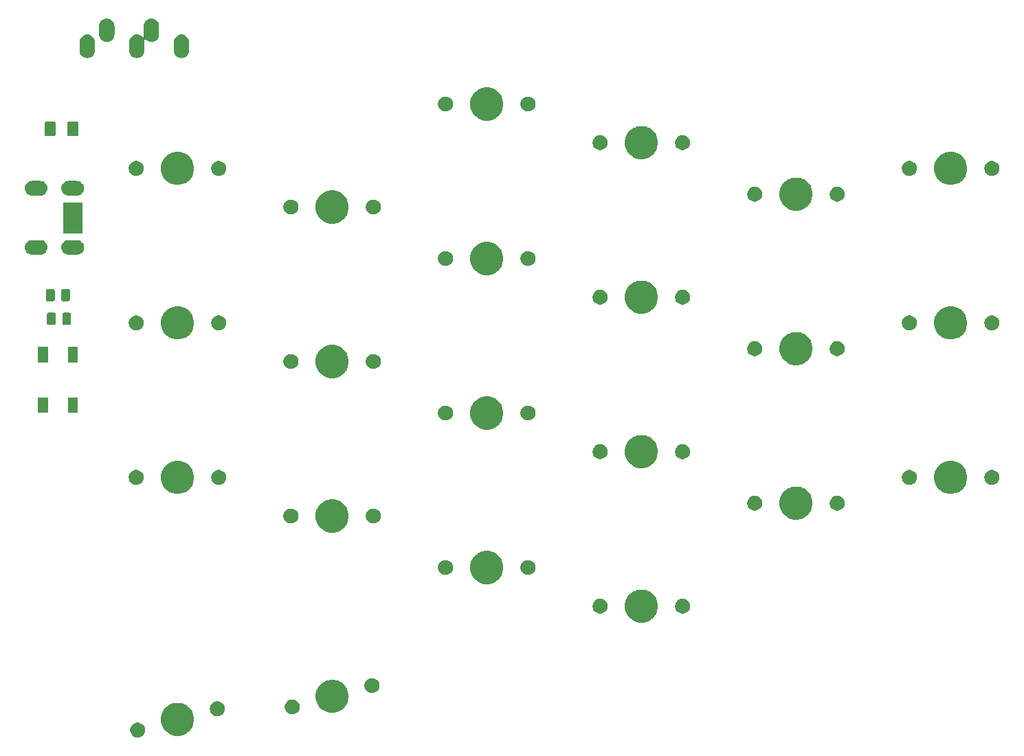
<source format=gts>
G04 #@! TF.GenerationSoftware,KiCad,Pcbnew,(5.1.4)-1*
G04 #@! TF.CreationDate,2021-10-17T20:34:11-04:00*
G04 #@! TF.ProjectId,a44key-pcb,6134346b-6579-42d7-9063-622e6b696361,rev?*
G04 #@! TF.SameCoordinates,Original*
G04 #@! TF.FileFunction,Soldermask,Top*
G04 #@! TF.FilePolarity,Negative*
%FSLAX46Y46*%
G04 Gerber Fmt 4.6, Leading zero omitted, Abs format (unit mm)*
G04 Created by KiCad (PCBNEW (5.1.4)-1) date 2021-10-17 20:34:11*
%MOMM*%
%LPD*%
G04 APERTURE LIST*
%ADD10C,0.100000*%
G04 APERTURE END LIST*
D10*
G36*
X90295701Y-138536886D02*
G01*
X90464223Y-138606690D01*
X90615888Y-138708029D01*
X90744869Y-138837010D01*
X90846208Y-138988675D01*
X90916012Y-139157197D01*
X90951597Y-139336098D01*
X90951597Y-139518504D01*
X90916012Y-139697405D01*
X90846208Y-139865927D01*
X90744869Y-140017592D01*
X90615888Y-140146573D01*
X90464223Y-140247912D01*
X90295701Y-140317716D01*
X90116800Y-140353301D01*
X89934394Y-140353301D01*
X89755493Y-140317716D01*
X89586971Y-140247912D01*
X89435306Y-140146573D01*
X89306325Y-140017592D01*
X89204986Y-139865927D01*
X89135182Y-139697405D01*
X89099597Y-139518504D01*
X89099597Y-139336098D01*
X89135182Y-139157197D01*
X89204986Y-138988675D01*
X89306325Y-138837010D01*
X89435306Y-138708029D01*
X89586971Y-138606690D01*
X89755493Y-138536886D01*
X89934394Y-138501301D01*
X90116800Y-138501301D01*
X90295701Y-138536886D01*
X90295701Y-138536886D01*
G37*
G36*
X95528974Y-136146184D02*
G01*
X95715928Y-136223623D01*
X95901123Y-136300333D01*
X96236048Y-136524123D01*
X96520877Y-136808952D01*
X96744667Y-137143877D01*
X96782960Y-137236325D01*
X96898816Y-137516026D01*
X96977400Y-137911094D01*
X96977400Y-138313906D01*
X96898816Y-138708974D01*
X96845781Y-138837011D01*
X96744667Y-139081123D01*
X96520877Y-139416048D01*
X96236048Y-139700877D01*
X95901123Y-139924667D01*
X95746974Y-139988517D01*
X95528974Y-140078816D01*
X95133906Y-140157400D01*
X94731094Y-140157400D01*
X94336026Y-140078816D01*
X94118026Y-139988517D01*
X93963877Y-139924667D01*
X93628952Y-139700877D01*
X93344123Y-139416048D01*
X93120333Y-139081123D01*
X93019219Y-138837011D01*
X92966184Y-138708974D01*
X92887600Y-138313906D01*
X92887600Y-137911094D01*
X92966184Y-137516026D01*
X93082040Y-137236325D01*
X93120333Y-137143877D01*
X93344123Y-136808952D01*
X93628952Y-136524123D01*
X93963877Y-136300333D01*
X94149072Y-136223623D01*
X94336026Y-136146184D01*
X94731094Y-136067600D01*
X95133906Y-136067600D01*
X95528974Y-136146184D01*
X95528974Y-136146184D01*
G37*
G36*
X100109507Y-135907284D02*
G01*
X100278029Y-135977088D01*
X100429694Y-136078427D01*
X100558675Y-136207408D01*
X100660014Y-136359073D01*
X100729818Y-136527595D01*
X100765403Y-136706496D01*
X100765403Y-136888902D01*
X100729818Y-137067803D01*
X100660014Y-137236325D01*
X100558675Y-137387990D01*
X100429694Y-137516971D01*
X100278029Y-137618310D01*
X100109507Y-137688114D01*
X99930606Y-137723699D01*
X99748200Y-137723699D01*
X99569299Y-137688114D01*
X99400777Y-137618310D01*
X99249112Y-137516971D01*
X99120131Y-137387990D01*
X99018792Y-137236325D01*
X98948988Y-137067803D01*
X98913403Y-136888902D01*
X98913403Y-136706496D01*
X98948988Y-136527595D01*
X99018792Y-136359073D01*
X99120131Y-136207408D01*
X99249112Y-136078427D01*
X99400777Y-135977088D01*
X99569299Y-135907284D01*
X99748200Y-135871699D01*
X99930606Y-135871699D01*
X100109507Y-135907284D01*
X100109507Y-135907284D01*
G37*
G36*
X109345701Y-135679386D02*
G01*
X109514223Y-135749190D01*
X109665888Y-135850529D01*
X109794869Y-135979510D01*
X109896208Y-136131175D01*
X109966012Y-136299697D01*
X110001597Y-136478598D01*
X110001597Y-136661004D01*
X109966012Y-136839905D01*
X109896208Y-137008427D01*
X109794869Y-137160092D01*
X109665888Y-137289073D01*
X109514223Y-137390412D01*
X109345701Y-137460216D01*
X109166800Y-137495801D01*
X108984394Y-137495801D01*
X108805493Y-137460216D01*
X108636971Y-137390412D01*
X108485306Y-137289073D01*
X108356325Y-137160092D01*
X108254986Y-137008427D01*
X108185182Y-136839905D01*
X108149597Y-136661004D01*
X108149597Y-136478598D01*
X108185182Y-136299697D01*
X108254986Y-136131175D01*
X108356325Y-135979510D01*
X108485306Y-135850529D01*
X108636971Y-135749190D01*
X108805493Y-135679386D01*
X108984394Y-135643801D01*
X109166800Y-135643801D01*
X109345701Y-135679386D01*
X109345701Y-135679386D01*
G37*
G36*
X114578974Y-133288684D02*
G01*
X114726784Y-133349909D01*
X114951123Y-133442833D01*
X115286048Y-133666623D01*
X115570877Y-133951452D01*
X115794667Y-134286377D01*
X115832960Y-134378825D01*
X115948816Y-134658526D01*
X116027400Y-135053594D01*
X116027400Y-135456406D01*
X115948816Y-135851474D01*
X115895781Y-135979511D01*
X115794667Y-136223623D01*
X115570877Y-136558548D01*
X115286048Y-136843377D01*
X114951123Y-137067167D01*
X114796974Y-137131017D01*
X114578974Y-137221316D01*
X114183906Y-137299900D01*
X113781094Y-137299900D01*
X113386026Y-137221316D01*
X113168026Y-137131017D01*
X113013877Y-137067167D01*
X112678952Y-136843377D01*
X112394123Y-136558548D01*
X112170333Y-136223623D01*
X112069219Y-135979511D01*
X112016184Y-135851474D01*
X111937600Y-135456406D01*
X111937600Y-135053594D01*
X112016184Y-134658526D01*
X112132040Y-134378825D01*
X112170333Y-134286377D01*
X112394123Y-133951452D01*
X112678952Y-133666623D01*
X113013877Y-133442833D01*
X113238216Y-133349909D01*
X113386026Y-133288684D01*
X113781094Y-133210100D01*
X114183906Y-133210100D01*
X114578974Y-133288684D01*
X114578974Y-133288684D01*
G37*
G36*
X119159507Y-133049784D02*
G01*
X119328029Y-133119588D01*
X119479694Y-133220927D01*
X119608675Y-133349908D01*
X119710014Y-133501573D01*
X119779818Y-133670095D01*
X119815403Y-133848996D01*
X119815403Y-134031402D01*
X119779818Y-134210303D01*
X119710014Y-134378825D01*
X119608675Y-134530490D01*
X119479694Y-134659471D01*
X119328029Y-134760810D01*
X119159507Y-134830614D01*
X118980606Y-134866199D01*
X118798200Y-134866199D01*
X118619299Y-134830614D01*
X118450777Y-134760810D01*
X118299112Y-134659471D01*
X118170131Y-134530490D01*
X118068792Y-134378825D01*
X117998988Y-134210303D01*
X117963403Y-134031402D01*
X117963403Y-133848996D01*
X117998988Y-133670095D01*
X118068792Y-133501573D01*
X118170131Y-133349908D01*
X118299112Y-133220927D01*
X118450777Y-133119588D01*
X118619299Y-133049784D01*
X118798200Y-133014199D01*
X118980606Y-133014199D01*
X119159507Y-133049784D01*
X119159507Y-133049784D01*
G37*
G36*
X152678974Y-122176184D02*
G01*
X152896974Y-122266483D01*
X153051123Y-122330333D01*
X153386048Y-122554123D01*
X153670877Y-122838952D01*
X153894667Y-123173877D01*
X153927062Y-123252086D01*
X154048816Y-123546026D01*
X154127400Y-123941094D01*
X154127400Y-124343906D01*
X154048816Y-124738974D01*
X153997951Y-124861772D01*
X153894667Y-125111123D01*
X153670877Y-125446048D01*
X153386048Y-125730877D01*
X153051123Y-125954667D01*
X152896974Y-126018517D01*
X152678974Y-126108816D01*
X152283906Y-126187400D01*
X151881094Y-126187400D01*
X151486026Y-126108816D01*
X151268026Y-126018517D01*
X151113877Y-125954667D01*
X150778952Y-125730877D01*
X150494123Y-125446048D01*
X150270333Y-125111123D01*
X150167049Y-124861772D01*
X150116184Y-124738974D01*
X150037600Y-124343906D01*
X150037600Y-123941094D01*
X150116184Y-123546026D01*
X150237938Y-123252086D01*
X150270333Y-123173877D01*
X150494123Y-122838952D01*
X150778952Y-122554123D01*
X151113877Y-122330333D01*
X151268026Y-122266483D01*
X151486026Y-122176184D01*
X151881094Y-122097600D01*
X152283906Y-122097600D01*
X152678974Y-122176184D01*
X152678974Y-122176184D01*
G37*
G36*
X157432604Y-123252085D02*
G01*
X157601126Y-123321889D01*
X157752791Y-123423228D01*
X157881772Y-123552209D01*
X157983111Y-123703874D01*
X158052915Y-123872396D01*
X158088500Y-124051297D01*
X158088500Y-124233703D01*
X158052915Y-124412604D01*
X157983111Y-124581126D01*
X157881772Y-124732791D01*
X157752791Y-124861772D01*
X157601126Y-124963111D01*
X157432604Y-125032915D01*
X157253703Y-125068500D01*
X157071297Y-125068500D01*
X156892396Y-125032915D01*
X156723874Y-124963111D01*
X156572209Y-124861772D01*
X156443228Y-124732791D01*
X156341889Y-124581126D01*
X156272085Y-124412604D01*
X156236500Y-124233703D01*
X156236500Y-124051297D01*
X156272085Y-123872396D01*
X156341889Y-123703874D01*
X156443228Y-123552209D01*
X156572209Y-123423228D01*
X156723874Y-123321889D01*
X156892396Y-123252085D01*
X157071297Y-123216500D01*
X157253703Y-123216500D01*
X157432604Y-123252085D01*
X157432604Y-123252085D01*
G37*
G36*
X147272604Y-123252085D02*
G01*
X147441126Y-123321889D01*
X147592791Y-123423228D01*
X147721772Y-123552209D01*
X147823111Y-123703874D01*
X147892915Y-123872396D01*
X147928500Y-124051297D01*
X147928500Y-124233703D01*
X147892915Y-124412604D01*
X147823111Y-124581126D01*
X147721772Y-124732791D01*
X147592791Y-124861772D01*
X147441126Y-124963111D01*
X147272604Y-125032915D01*
X147093703Y-125068500D01*
X146911297Y-125068500D01*
X146732396Y-125032915D01*
X146563874Y-124963111D01*
X146412209Y-124861772D01*
X146283228Y-124732791D01*
X146181889Y-124581126D01*
X146112085Y-124412604D01*
X146076500Y-124233703D01*
X146076500Y-124051297D01*
X146112085Y-123872396D01*
X146181889Y-123703874D01*
X146283228Y-123552209D01*
X146412209Y-123423228D01*
X146563874Y-123321889D01*
X146732396Y-123252085D01*
X146911297Y-123216500D01*
X147093703Y-123216500D01*
X147272604Y-123252085D01*
X147272604Y-123252085D01*
G37*
G36*
X133628974Y-117413684D02*
G01*
X133846974Y-117503983D01*
X134001123Y-117567833D01*
X134336048Y-117791623D01*
X134620877Y-118076452D01*
X134844667Y-118411377D01*
X134877062Y-118489586D01*
X134998816Y-118783526D01*
X135077400Y-119178594D01*
X135077400Y-119581406D01*
X134998816Y-119976474D01*
X134947951Y-120099272D01*
X134844667Y-120348623D01*
X134620877Y-120683548D01*
X134336048Y-120968377D01*
X134001123Y-121192167D01*
X133846974Y-121256017D01*
X133628974Y-121346316D01*
X133233906Y-121424900D01*
X132831094Y-121424900D01*
X132436026Y-121346316D01*
X132218026Y-121256017D01*
X132063877Y-121192167D01*
X131728952Y-120968377D01*
X131444123Y-120683548D01*
X131220333Y-120348623D01*
X131117049Y-120099272D01*
X131066184Y-119976474D01*
X130987600Y-119581406D01*
X130987600Y-119178594D01*
X131066184Y-118783526D01*
X131187938Y-118489586D01*
X131220333Y-118411377D01*
X131444123Y-118076452D01*
X131728952Y-117791623D01*
X132063877Y-117567833D01*
X132218026Y-117503983D01*
X132436026Y-117413684D01*
X132831094Y-117335100D01*
X133233906Y-117335100D01*
X133628974Y-117413684D01*
X133628974Y-117413684D01*
G37*
G36*
X128222604Y-118489585D02*
G01*
X128391126Y-118559389D01*
X128542791Y-118660728D01*
X128671772Y-118789709D01*
X128773111Y-118941374D01*
X128842915Y-119109896D01*
X128878500Y-119288797D01*
X128878500Y-119471203D01*
X128842915Y-119650104D01*
X128773111Y-119818626D01*
X128671772Y-119970291D01*
X128542791Y-120099272D01*
X128391126Y-120200611D01*
X128222604Y-120270415D01*
X128043703Y-120306000D01*
X127861297Y-120306000D01*
X127682396Y-120270415D01*
X127513874Y-120200611D01*
X127362209Y-120099272D01*
X127233228Y-119970291D01*
X127131889Y-119818626D01*
X127062085Y-119650104D01*
X127026500Y-119471203D01*
X127026500Y-119288797D01*
X127062085Y-119109896D01*
X127131889Y-118941374D01*
X127233228Y-118789709D01*
X127362209Y-118660728D01*
X127513874Y-118559389D01*
X127682396Y-118489585D01*
X127861297Y-118454000D01*
X128043703Y-118454000D01*
X128222604Y-118489585D01*
X128222604Y-118489585D01*
G37*
G36*
X138382604Y-118489585D02*
G01*
X138551126Y-118559389D01*
X138702791Y-118660728D01*
X138831772Y-118789709D01*
X138933111Y-118941374D01*
X139002915Y-119109896D01*
X139038500Y-119288797D01*
X139038500Y-119471203D01*
X139002915Y-119650104D01*
X138933111Y-119818626D01*
X138831772Y-119970291D01*
X138702791Y-120099272D01*
X138551126Y-120200611D01*
X138382604Y-120270415D01*
X138203703Y-120306000D01*
X138021297Y-120306000D01*
X137842396Y-120270415D01*
X137673874Y-120200611D01*
X137522209Y-120099272D01*
X137393228Y-119970291D01*
X137291889Y-119818626D01*
X137222085Y-119650104D01*
X137186500Y-119471203D01*
X137186500Y-119288797D01*
X137222085Y-119109896D01*
X137291889Y-118941374D01*
X137393228Y-118789709D01*
X137522209Y-118660728D01*
X137673874Y-118559389D01*
X137842396Y-118489585D01*
X138021297Y-118454000D01*
X138203703Y-118454000D01*
X138382604Y-118489585D01*
X138382604Y-118489585D01*
G37*
G36*
X114578974Y-111063684D02*
G01*
X114796974Y-111153983D01*
X114951123Y-111217833D01*
X115286048Y-111441623D01*
X115570877Y-111726452D01*
X115794667Y-112061377D01*
X115827062Y-112139586D01*
X115948816Y-112433526D01*
X116027400Y-112828594D01*
X116027400Y-113231406D01*
X115948816Y-113626474D01*
X115897951Y-113749272D01*
X115794667Y-113998623D01*
X115570877Y-114333548D01*
X115286048Y-114618377D01*
X114951123Y-114842167D01*
X114796974Y-114906017D01*
X114578974Y-114996316D01*
X114183906Y-115074900D01*
X113781094Y-115074900D01*
X113386026Y-114996316D01*
X113168026Y-114906017D01*
X113013877Y-114842167D01*
X112678952Y-114618377D01*
X112394123Y-114333548D01*
X112170333Y-113998623D01*
X112067049Y-113749272D01*
X112016184Y-113626474D01*
X111937600Y-113231406D01*
X111937600Y-112828594D01*
X112016184Y-112433526D01*
X112137938Y-112139586D01*
X112170333Y-112061377D01*
X112394123Y-111726452D01*
X112678952Y-111441623D01*
X113013877Y-111217833D01*
X113168026Y-111153983D01*
X113386026Y-111063684D01*
X113781094Y-110985100D01*
X114183906Y-110985100D01*
X114578974Y-111063684D01*
X114578974Y-111063684D01*
G37*
G36*
X109172604Y-112139585D02*
G01*
X109341126Y-112209389D01*
X109492791Y-112310728D01*
X109621772Y-112439709D01*
X109723111Y-112591374D01*
X109792915Y-112759896D01*
X109828500Y-112938797D01*
X109828500Y-113121203D01*
X109792915Y-113300104D01*
X109723111Y-113468626D01*
X109621772Y-113620291D01*
X109492791Y-113749272D01*
X109341126Y-113850611D01*
X109172604Y-113920415D01*
X108993703Y-113956000D01*
X108811297Y-113956000D01*
X108632396Y-113920415D01*
X108463874Y-113850611D01*
X108312209Y-113749272D01*
X108183228Y-113620291D01*
X108081889Y-113468626D01*
X108012085Y-113300104D01*
X107976500Y-113121203D01*
X107976500Y-112938797D01*
X108012085Y-112759896D01*
X108081889Y-112591374D01*
X108183228Y-112439709D01*
X108312209Y-112310728D01*
X108463874Y-112209389D01*
X108632396Y-112139585D01*
X108811297Y-112104000D01*
X108993703Y-112104000D01*
X109172604Y-112139585D01*
X109172604Y-112139585D01*
G37*
G36*
X119332604Y-112139585D02*
G01*
X119501126Y-112209389D01*
X119652791Y-112310728D01*
X119781772Y-112439709D01*
X119883111Y-112591374D01*
X119952915Y-112759896D01*
X119988500Y-112938797D01*
X119988500Y-113121203D01*
X119952915Y-113300104D01*
X119883111Y-113468626D01*
X119781772Y-113620291D01*
X119652791Y-113749272D01*
X119501126Y-113850611D01*
X119332604Y-113920415D01*
X119153703Y-113956000D01*
X118971297Y-113956000D01*
X118792396Y-113920415D01*
X118623874Y-113850611D01*
X118472209Y-113749272D01*
X118343228Y-113620291D01*
X118241889Y-113468626D01*
X118172085Y-113300104D01*
X118136500Y-113121203D01*
X118136500Y-112938797D01*
X118172085Y-112759896D01*
X118241889Y-112591374D01*
X118343228Y-112439709D01*
X118472209Y-112310728D01*
X118623874Y-112209389D01*
X118792396Y-112139585D01*
X118971297Y-112104000D01*
X119153703Y-112104000D01*
X119332604Y-112139585D01*
X119332604Y-112139585D01*
G37*
G36*
X171728974Y-109476184D02*
G01*
X171946974Y-109566483D01*
X172101123Y-109630333D01*
X172436048Y-109854123D01*
X172720877Y-110138952D01*
X172944667Y-110473877D01*
X172977062Y-110552086D01*
X173098816Y-110846026D01*
X173177400Y-111241094D01*
X173177400Y-111643906D01*
X173098816Y-112038974D01*
X173047951Y-112161772D01*
X172944667Y-112411123D01*
X172720877Y-112746048D01*
X172436048Y-113030877D01*
X172101123Y-113254667D01*
X171991430Y-113300103D01*
X171728974Y-113408816D01*
X171333906Y-113487400D01*
X170931094Y-113487400D01*
X170536026Y-113408816D01*
X170273570Y-113300103D01*
X170163877Y-113254667D01*
X169828952Y-113030877D01*
X169544123Y-112746048D01*
X169320333Y-112411123D01*
X169217049Y-112161772D01*
X169166184Y-112038974D01*
X169087600Y-111643906D01*
X169087600Y-111241094D01*
X169166184Y-110846026D01*
X169287938Y-110552086D01*
X169320333Y-110473877D01*
X169544123Y-110138952D01*
X169828952Y-109854123D01*
X170163877Y-109630333D01*
X170318026Y-109566483D01*
X170536026Y-109476184D01*
X170931094Y-109397600D01*
X171333906Y-109397600D01*
X171728974Y-109476184D01*
X171728974Y-109476184D01*
G37*
G36*
X176482604Y-110552085D02*
G01*
X176651126Y-110621889D01*
X176802791Y-110723228D01*
X176931772Y-110852209D01*
X177033111Y-111003874D01*
X177102915Y-111172396D01*
X177138500Y-111351297D01*
X177138500Y-111533703D01*
X177102915Y-111712604D01*
X177033111Y-111881126D01*
X176931772Y-112032791D01*
X176802791Y-112161772D01*
X176651126Y-112263111D01*
X176482604Y-112332915D01*
X176303703Y-112368500D01*
X176121297Y-112368500D01*
X175942396Y-112332915D01*
X175773874Y-112263111D01*
X175622209Y-112161772D01*
X175493228Y-112032791D01*
X175391889Y-111881126D01*
X175322085Y-111712604D01*
X175286500Y-111533703D01*
X175286500Y-111351297D01*
X175322085Y-111172396D01*
X175391889Y-111003874D01*
X175493228Y-110852209D01*
X175622209Y-110723228D01*
X175773874Y-110621889D01*
X175942396Y-110552085D01*
X176121297Y-110516500D01*
X176303703Y-110516500D01*
X176482604Y-110552085D01*
X176482604Y-110552085D01*
G37*
G36*
X166322604Y-110552085D02*
G01*
X166491126Y-110621889D01*
X166642791Y-110723228D01*
X166771772Y-110852209D01*
X166873111Y-111003874D01*
X166942915Y-111172396D01*
X166978500Y-111351297D01*
X166978500Y-111533703D01*
X166942915Y-111712604D01*
X166873111Y-111881126D01*
X166771772Y-112032791D01*
X166642791Y-112161772D01*
X166491126Y-112263111D01*
X166322604Y-112332915D01*
X166143703Y-112368500D01*
X165961297Y-112368500D01*
X165782396Y-112332915D01*
X165613874Y-112263111D01*
X165462209Y-112161772D01*
X165333228Y-112032791D01*
X165231889Y-111881126D01*
X165162085Y-111712604D01*
X165126500Y-111533703D01*
X165126500Y-111351297D01*
X165162085Y-111172396D01*
X165231889Y-111003874D01*
X165333228Y-110852209D01*
X165462209Y-110723228D01*
X165613874Y-110621889D01*
X165782396Y-110552085D01*
X165961297Y-110516500D01*
X166143703Y-110516500D01*
X166322604Y-110552085D01*
X166322604Y-110552085D01*
G37*
G36*
X95528974Y-106301184D02*
G01*
X95746974Y-106391483D01*
X95901123Y-106455333D01*
X96236048Y-106679123D01*
X96520877Y-106963952D01*
X96744667Y-107298877D01*
X96777062Y-107377086D01*
X96898816Y-107671026D01*
X96977400Y-108066094D01*
X96977400Y-108468906D01*
X96898816Y-108863974D01*
X96847951Y-108986772D01*
X96744667Y-109236123D01*
X96520877Y-109571048D01*
X96236048Y-109855877D01*
X95901123Y-110079667D01*
X95757996Y-110138952D01*
X95528974Y-110233816D01*
X95133906Y-110312400D01*
X94731094Y-110312400D01*
X94336026Y-110233816D01*
X94107004Y-110138952D01*
X93963877Y-110079667D01*
X93628952Y-109855877D01*
X93344123Y-109571048D01*
X93120333Y-109236123D01*
X93017049Y-108986772D01*
X92966184Y-108863974D01*
X92887600Y-108468906D01*
X92887600Y-108066094D01*
X92966184Y-107671026D01*
X93087938Y-107377086D01*
X93120333Y-107298877D01*
X93344123Y-106963952D01*
X93628952Y-106679123D01*
X93963877Y-106455333D01*
X94118026Y-106391483D01*
X94336026Y-106301184D01*
X94731094Y-106222600D01*
X95133906Y-106222600D01*
X95528974Y-106301184D01*
X95528974Y-106301184D01*
G37*
G36*
X190778974Y-106301184D02*
G01*
X190996974Y-106391483D01*
X191151123Y-106455333D01*
X191486048Y-106679123D01*
X191770877Y-106963952D01*
X191994667Y-107298877D01*
X192027062Y-107377086D01*
X192148816Y-107671026D01*
X192227400Y-108066094D01*
X192227400Y-108468906D01*
X192148816Y-108863974D01*
X192097951Y-108986772D01*
X191994667Y-109236123D01*
X191770877Y-109571048D01*
X191486048Y-109855877D01*
X191151123Y-110079667D01*
X191007996Y-110138952D01*
X190778974Y-110233816D01*
X190383906Y-110312400D01*
X189981094Y-110312400D01*
X189586026Y-110233816D01*
X189357004Y-110138952D01*
X189213877Y-110079667D01*
X188878952Y-109855877D01*
X188594123Y-109571048D01*
X188370333Y-109236123D01*
X188267049Y-108986772D01*
X188216184Y-108863974D01*
X188137600Y-108468906D01*
X188137600Y-108066094D01*
X188216184Y-107671026D01*
X188337938Y-107377086D01*
X188370333Y-107298877D01*
X188594123Y-106963952D01*
X188878952Y-106679123D01*
X189213877Y-106455333D01*
X189368026Y-106391483D01*
X189586026Y-106301184D01*
X189981094Y-106222600D01*
X190383906Y-106222600D01*
X190778974Y-106301184D01*
X190778974Y-106301184D01*
G37*
G36*
X195532604Y-107377085D02*
G01*
X195701126Y-107446889D01*
X195852791Y-107548228D01*
X195981772Y-107677209D01*
X196083111Y-107828874D01*
X196152915Y-107997396D01*
X196188500Y-108176297D01*
X196188500Y-108358703D01*
X196152915Y-108537604D01*
X196083111Y-108706126D01*
X195981772Y-108857791D01*
X195852791Y-108986772D01*
X195701126Y-109088111D01*
X195532604Y-109157915D01*
X195353703Y-109193500D01*
X195171297Y-109193500D01*
X194992396Y-109157915D01*
X194823874Y-109088111D01*
X194672209Y-108986772D01*
X194543228Y-108857791D01*
X194441889Y-108706126D01*
X194372085Y-108537604D01*
X194336500Y-108358703D01*
X194336500Y-108176297D01*
X194372085Y-107997396D01*
X194441889Y-107828874D01*
X194543228Y-107677209D01*
X194672209Y-107548228D01*
X194823874Y-107446889D01*
X194992396Y-107377085D01*
X195171297Y-107341500D01*
X195353703Y-107341500D01*
X195532604Y-107377085D01*
X195532604Y-107377085D01*
G37*
G36*
X185372604Y-107377085D02*
G01*
X185541126Y-107446889D01*
X185692791Y-107548228D01*
X185821772Y-107677209D01*
X185923111Y-107828874D01*
X185992915Y-107997396D01*
X186028500Y-108176297D01*
X186028500Y-108358703D01*
X185992915Y-108537604D01*
X185923111Y-108706126D01*
X185821772Y-108857791D01*
X185692791Y-108986772D01*
X185541126Y-109088111D01*
X185372604Y-109157915D01*
X185193703Y-109193500D01*
X185011297Y-109193500D01*
X184832396Y-109157915D01*
X184663874Y-109088111D01*
X184512209Y-108986772D01*
X184383228Y-108857791D01*
X184281889Y-108706126D01*
X184212085Y-108537604D01*
X184176500Y-108358703D01*
X184176500Y-108176297D01*
X184212085Y-107997396D01*
X184281889Y-107828874D01*
X184383228Y-107677209D01*
X184512209Y-107548228D01*
X184663874Y-107446889D01*
X184832396Y-107377085D01*
X185011297Y-107341500D01*
X185193703Y-107341500D01*
X185372604Y-107377085D01*
X185372604Y-107377085D01*
G37*
G36*
X100282604Y-107377085D02*
G01*
X100451126Y-107446889D01*
X100602791Y-107548228D01*
X100731772Y-107677209D01*
X100833111Y-107828874D01*
X100902915Y-107997396D01*
X100938500Y-108176297D01*
X100938500Y-108358703D01*
X100902915Y-108537604D01*
X100833111Y-108706126D01*
X100731772Y-108857791D01*
X100602791Y-108986772D01*
X100451126Y-109088111D01*
X100282604Y-109157915D01*
X100103703Y-109193500D01*
X99921297Y-109193500D01*
X99742396Y-109157915D01*
X99573874Y-109088111D01*
X99422209Y-108986772D01*
X99293228Y-108857791D01*
X99191889Y-108706126D01*
X99122085Y-108537604D01*
X99086500Y-108358703D01*
X99086500Y-108176297D01*
X99122085Y-107997396D01*
X99191889Y-107828874D01*
X99293228Y-107677209D01*
X99422209Y-107548228D01*
X99573874Y-107446889D01*
X99742396Y-107377085D01*
X99921297Y-107341500D01*
X100103703Y-107341500D01*
X100282604Y-107377085D01*
X100282604Y-107377085D01*
G37*
G36*
X90122604Y-107377085D02*
G01*
X90291126Y-107446889D01*
X90442791Y-107548228D01*
X90571772Y-107677209D01*
X90673111Y-107828874D01*
X90742915Y-107997396D01*
X90778500Y-108176297D01*
X90778500Y-108358703D01*
X90742915Y-108537604D01*
X90673111Y-108706126D01*
X90571772Y-108857791D01*
X90442791Y-108986772D01*
X90291126Y-109088111D01*
X90122604Y-109157915D01*
X89943703Y-109193500D01*
X89761297Y-109193500D01*
X89582396Y-109157915D01*
X89413874Y-109088111D01*
X89262209Y-108986772D01*
X89133228Y-108857791D01*
X89031889Y-108706126D01*
X88962085Y-108537604D01*
X88926500Y-108358703D01*
X88926500Y-108176297D01*
X88962085Y-107997396D01*
X89031889Y-107828874D01*
X89133228Y-107677209D01*
X89262209Y-107548228D01*
X89413874Y-107446889D01*
X89582396Y-107377085D01*
X89761297Y-107341500D01*
X89943703Y-107341500D01*
X90122604Y-107377085D01*
X90122604Y-107377085D01*
G37*
G36*
X152678974Y-103126184D02*
G01*
X152896974Y-103216483D01*
X153051123Y-103280333D01*
X153386048Y-103504123D01*
X153670877Y-103788952D01*
X153894667Y-104123877D01*
X153927062Y-104202086D01*
X154048816Y-104496026D01*
X154127400Y-104891094D01*
X154127400Y-105293906D01*
X154048816Y-105688974D01*
X153997951Y-105811772D01*
X153894667Y-106061123D01*
X153670877Y-106396048D01*
X153386048Y-106680877D01*
X153051123Y-106904667D01*
X152907996Y-106963952D01*
X152678974Y-107058816D01*
X152283906Y-107137400D01*
X151881094Y-107137400D01*
X151486026Y-107058816D01*
X151257004Y-106963952D01*
X151113877Y-106904667D01*
X150778952Y-106680877D01*
X150494123Y-106396048D01*
X150270333Y-106061123D01*
X150167049Y-105811772D01*
X150116184Y-105688974D01*
X150037600Y-105293906D01*
X150037600Y-104891094D01*
X150116184Y-104496026D01*
X150237938Y-104202086D01*
X150270333Y-104123877D01*
X150494123Y-103788952D01*
X150778952Y-103504123D01*
X151113877Y-103280333D01*
X151268026Y-103216483D01*
X151486026Y-103126184D01*
X151881094Y-103047600D01*
X152283906Y-103047600D01*
X152678974Y-103126184D01*
X152678974Y-103126184D01*
G37*
G36*
X147272604Y-104202085D02*
G01*
X147441126Y-104271889D01*
X147592791Y-104373228D01*
X147721772Y-104502209D01*
X147823111Y-104653874D01*
X147892915Y-104822396D01*
X147928500Y-105001297D01*
X147928500Y-105183703D01*
X147892915Y-105362604D01*
X147823111Y-105531126D01*
X147721772Y-105682791D01*
X147592791Y-105811772D01*
X147441126Y-105913111D01*
X147272604Y-105982915D01*
X147093703Y-106018500D01*
X146911297Y-106018500D01*
X146732396Y-105982915D01*
X146563874Y-105913111D01*
X146412209Y-105811772D01*
X146283228Y-105682791D01*
X146181889Y-105531126D01*
X146112085Y-105362604D01*
X146076500Y-105183703D01*
X146076500Y-105001297D01*
X146112085Y-104822396D01*
X146181889Y-104653874D01*
X146283228Y-104502209D01*
X146412209Y-104373228D01*
X146563874Y-104271889D01*
X146732396Y-104202085D01*
X146911297Y-104166500D01*
X147093703Y-104166500D01*
X147272604Y-104202085D01*
X147272604Y-104202085D01*
G37*
G36*
X157432604Y-104202085D02*
G01*
X157601126Y-104271889D01*
X157752791Y-104373228D01*
X157881772Y-104502209D01*
X157983111Y-104653874D01*
X158052915Y-104822396D01*
X158088500Y-105001297D01*
X158088500Y-105183703D01*
X158052915Y-105362604D01*
X157983111Y-105531126D01*
X157881772Y-105682791D01*
X157752791Y-105811772D01*
X157601126Y-105913111D01*
X157432604Y-105982915D01*
X157253703Y-106018500D01*
X157071297Y-106018500D01*
X156892396Y-105982915D01*
X156723874Y-105913111D01*
X156572209Y-105811772D01*
X156443228Y-105682791D01*
X156341889Y-105531126D01*
X156272085Y-105362604D01*
X156236500Y-105183703D01*
X156236500Y-105001297D01*
X156272085Y-104822396D01*
X156341889Y-104653874D01*
X156443228Y-104502209D01*
X156572209Y-104373228D01*
X156723874Y-104271889D01*
X156892396Y-104202085D01*
X157071297Y-104166500D01*
X157253703Y-104166500D01*
X157432604Y-104202085D01*
X157432604Y-104202085D01*
G37*
G36*
X133628974Y-98363684D02*
G01*
X133846974Y-98453983D01*
X134001123Y-98517833D01*
X134336048Y-98741623D01*
X134620877Y-99026452D01*
X134844667Y-99361377D01*
X134877062Y-99439586D01*
X134998816Y-99733526D01*
X135077400Y-100128594D01*
X135077400Y-100531406D01*
X134998816Y-100926474D01*
X134947951Y-101049272D01*
X134844667Y-101298623D01*
X134620877Y-101633548D01*
X134336048Y-101918377D01*
X134001123Y-102142167D01*
X133846974Y-102206017D01*
X133628974Y-102296316D01*
X133233906Y-102374900D01*
X132831094Y-102374900D01*
X132436026Y-102296316D01*
X132218026Y-102206017D01*
X132063877Y-102142167D01*
X131728952Y-101918377D01*
X131444123Y-101633548D01*
X131220333Y-101298623D01*
X131117049Y-101049272D01*
X131066184Y-100926474D01*
X130987600Y-100531406D01*
X130987600Y-100128594D01*
X131066184Y-99733526D01*
X131187938Y-99439586D01*
X131220333Y-99361377D01*
X131444123Y-99026452D01*
X131728952Y-98741623D01*
X132063877Y-98517833D01*
X132218026Y-98453983D01*
X132436026Y-98363684D01*
X132831094Y-98285100D01*
X133233906Y-98285100D01*
X133628974Y-98363684D01*
X133628974Y-98363684D01*
G37*
G36*
X138382604Y-99439585D02*
G01*
X138551126Y-99509389D01*
X138702791Y-99610728D01*
X138831772Y-99739709D01*
X138933111Y-99891374D01*
X139002915Y-100059896D01*
X139038500Y-100238797D01*
X139038500Y-100421203D01*
X139002915Y-100600104D01*
X138933111Y-100768626D01*
X138831772Y-100920291D01*
X138702791Y-101049272D01*
X138551126Y-101150611D01*
X138382604Y-101220415D01*
X138203703Y-101256000D01*
X138021297Y-101256000D01*
X137842396Y-101220415D01*
X137673874Y-101150611D01*
X137522209Y-101049272D01*
X137393228Y-100920291D01*
X137291889Y-100768626D01*
X137222085Y-100600104D01*
X137186500Y-100421203D01*
X137186500Y-100238797D01*
X137222085Y-100059896D01*
X137291889Y-99891374D01*
X137393228Y-99739709D01*
X137522209Y-99610728D01*
X137673874Y-99509389D01*
X137842396Y-99439585D01*
X138021297Y-99404000D01*
X138203703Y-99404000D01*
X138382604Y-99439585D01*
X138382604Y-99439585D01*
G37*
G36*
X128222604Y-99439585D02*
G01*
X128391126Y-99509389D01*
X128542791Y-99610728D01*
X128671772Y-99739709D01*
X128773111Y-99891374D01*
X128842915Y-100059896D01*
X128878500Y-100238797D01*
X128878500Y-100421203D01*
X128842915Y-100600104D01*
X128773111Y-100768626D01*
X128671772Y-100920291D01*
X128542791Y-101049272D01*
X128391126Y-101150611D01*
X128222604Y-101220415D01*
X128043703Y-101256000D01*
X127861297Y-101256000D01*
X127682396Y-101220415D01*
X127513874Y-101150611D01*
X127362209Y-101049272D01*
X127233228Y-100920291D01*
X127131889Y-100768626D01*
X127062085Y-100600104D01*
X127026500Y-100421203D01*
X127026500Y-100238797D01*
X127062085Y-100059896D01*
X127131889Y-99891374D01*
X127233228Y-99739709D01*
X127362209Y-99610728D01*
X127513874Y-99509389D01*
X127682396Y-99439585D01*
X127861297Y-99404000D01*
X128043703Y-99404000D01*
X128222604Y-99439585D01*
X128222604Y-99439585D01*
G37*
G36*
X78960000Y-100305500D02*
G01*
X77758000Y-100305500D01*
X77758000Y-98403500D01*
X78960000Y-98403500D01*
X78960000Y-100305500D01*
X78960000Y-100305500D01*
G37*
G36*
X82660000Y-100305500D02*
G01*
X81458000Y-100305500D01*
X81458000Y-98403500D01*
X82660000Y-98403500D01*
X82660000Y-100305500D01*
X82660000Y-100305500D01*
G37*
G36*
X114578974Y-92013684D02*
G01*
X114796974Y-92103983D01*
X114951123Y-92167833D01*
X115286048Y-92391623D01*
X115570877Y-92676452D01*
X115794667Y-93011377D01*
X115827062Y-93089586D01*
X115948816Y-93383526D01*
X116027400Y-93778594D01*
X116027400Y-94181406D01*
X115948816Y-94576474D01*
X115897951Y-94699272D01*
X115794667Y-94948623D01*
X115570877Y-95283548D01*
X115286048Y-95568377D01*
X114951123Y-95792167D01*
X114796974Y-95856017D01*
X114578974Y-95946316D01*
X114183906Y-96024900D01*
X113781094Y-96024900D01*
X113386026Y-95946316D01*
X113168026Y-95856017D01*
X113013877Y-95792167D01*
X112678952Y-95568377D01*
X112394123Y-95283548D01*
X112170333Y-94948623D01*
X112067049Y-94699272D01*
X112016184Y-94576474D01*
X111937600Y-94181406D01*
X111937600Y-93778594D01*
X112016184Y-93383526D01*
X112137938Y-93089586D01*
X112170333Y-93011377D01*
X112394123Y-92676452D01*
X112678952Y-92391623D01*
X113013877Y-92167833D01*
X113168026Y-92103983D01*
X113386026Y-92013684D01*
X113781094Y-91935100D01*
X114183906Y-91935100D01*
X114578974Y-92013684D01*
X114578974Y-92013684D01*
G37*
G36*
X109172604Y-93089585D02*
G01*
X109341126Y-93159389D01*
X109492791Y-93260728D01*
X109621772Y-93389709D01*
X109723111Y-93541374D01*
X109792915Y-93709896D01*
X109828500Y-93888797D01*
X109828500Y-94071203D01*
X109792915Y-94250104D01*
X109723111Y-94418626D01*
X109621772Y-94570291D01*
X109492791Y-94699272D01*
X109341126Y-94800611D01*
X109172604Y-94870415D01*
X108993703Y-94906000D01*
X108811297Y-94906000D01*
X108632396Y-94870415D01*
X108463874Y-94800611D01*
X108312209Y-94699272D01*
X108183228Y-94570291D01*
X108081889Y-94418626D01*
X108012085Y-94250104D01*
X107976500Y-94071203D01*
X107976500Y-93888797D01*
X108012085Y-93709896D01*
X108081889Y-93541374D01*
X108183228Y-93389709D01*
X108312209Y-93260728D01*
X108463874Y-93159389D01*
X108632396Y-93089585D01*
X108811297Y-93054000D01*
X108993703Y-93054000D01*
X109172604Y-93089585D01*
X109172604Y-93089585D01*
G37*
G36*
X119332604Y-93089585D02*
G01*
X119501126Y-93159389D01*
X119652791Y-93260728D01*
X119781772Y-93389709D01*
X119883111Y-93541374D01*
X119952915Y-93709896D01*
X119988500Y-93888797D01*
X119988500Y-94071203D01*
X119952915Y-94250104D01*
X119883111Y-94418626D01*
X119781772Y-94570291D01*
X119652791Y-94699272D01*
X119501126Y-94800611D01*
X119332604Y-94870415D01*
X119153703Y-94906000D01*
X118971297Y-94906000D01*
X118792396Y-94870415D01*
X118623874Y-94800611D01*
X118472209Y-94699272D01*
X118343228Y-94570291D01*
X118241889Y-94418626D01*
X118172085Y-94250104D01*
X118136500Y-94071203D01*
X118136500Y-93888797D01*
X118172085Y-93709896D01*
X118241889Y-93541374D01*
X118343228Y-93389709D01*
X118472209Y-93260728D01*
X118623874Y-93159389D01*
X118792396Y-93089585D01*
X118971297Y-93054000D01*
X119153703Y-93054000D01*
X119332604Y-93089585D01*
X119332604Y-93089585D01*
G37*
G36*
X171728974Y-90426184D02*
G01*
X171946974Y-90516483D01*
X172101123Y-90580333D01*
X172436048Y-90804123D01*
X172720877Y-91088952D01*
X172944667Y-91423877D01*
X172977062Y-91502086D01*
X173098816Y-91796026D01*
X173177400Y-92191094D01*
X173177400Y-92593906D01*
X173098816Y-92988974D01*
X173047951Y-93111772D01*
X172944667Y-93361123D01*
X172720877Y-93696048D01*
X172436048Y-93980877D01*
X172101123Y-94204667D01*
X171991430Y-94250103D01*
X171728974Y-94358816D01*
X171333906Y-94437400D01*
X170931094Y-94437400D01*
X170536026Y-94358816D01*
X170273570Y-94250103D01*
X170163877Y-94204667D01*
X169828952Y-93980877D01*
X169544123Y-93696048D01*
X169320333Y-93361123D01*
X169217049Y-93111772D01*
X169166184Y-92988974D01*
X169087600Y-92593906D01*
X169087600Y-92191094D01*
X169166184Y-91796026D01*
X169287938Y-91502086D01*
X169320333Y-91423877D01*
X169544123Y-91088952D01*
X169828952Y-90804123D01*
X170163877Y-90580333D01*
X170318026Y-90516483D01*
X170536026Y-90426184D01*
X170931094Y-90347600D01*
X171333906Y-90347600D01*
X171728974Y-90426184D01*
X171728974Y-90426184D01*
G37*
G36*
X78960000Y-94105500D02*
G01*
X77758000Y-94105500D01*
X77758000Y-92203500D01*
X78960000Y-92203500D01*
X78960000Y-94105500D01*
X78960000Y-94105500D01*
G37*
G36*
X82660000Y-94105500D02*
G01*
X81458000Y-94105500D01*
X81458000Y-92203500D01*
X82660000Y-92203500D01*
X82660000Y-94105500D01*
X82660000Y-94105500D01*
G37*
G36*
X176482604Y-91502085D02*
G01*
X176651126Y-91571889D01*
X176802791Y-91673228D01*
X176931772Y-91802209D01*
X177033111Y-91953874D01*
X177102915Y-92122396D01*
X177138500Y-92301297D01*
X177138500Y-92483703D01*
X177102915Y-92662604D01*
X177033111Y-92831126D01*
X176931772Y-92982791D01*
X176802791Y-93111772D01*
X176651126Y-93213111D01*
X176482604Y-93282915D01*
X176303703Y-93318500D01*
X176121297Y-93318500D01*
X175942396Y-93282915D01*
X175773874Y-93213111D01*
X175622209Y-93111772D01*
X175493228Y-92982791D01*
X175391889Y-92831126D01*
X175322085Y-92662604D01*
X175286500Y-92483703D01*
X175286500Y-92301297D01*
X175322085Y-92122396D01*
X175391889Y-91953874D01*
X175493228Y-91802209D01*
X175622209Y-91673228D01*
X175773874Y-91571889D01*
X175942396Y-91502085D01*
X176121297Y-91466500D01*
X176303703Y-91466500D01*
X176482604Y-91502085D01*
X176482604Y-91502085D01*
G37*
G36*
X166322604Y-91502085D02*
G01*
X166491126Y-91571889D01*
X166642791Y-91673228D01*
X166771772Y-91802209D01*
X166873111Y-91953874D01*
X166942915Y-92122396D01*
X166978500Y-92301297D01*
X166978500Y-92483703D01*
X166942915Y-92662604D01*
X166873111Y-92831126D01*
X166771772Y-92982791D01*
X166642791Y-93111772D01*
X166491126Y-93213111D01*
X166322604Y-93282915D01*
X166143703Y-93318500D01*
X165961297Y-93318500D01*
X165782396Y-93282915D01*
X165613874Y-93213111D01*
X165462209Y-93111772D01*
X165333228Y-92982791D01*
X165231889Y-92831126D01*
X165162085Y-92662604D01*
X165126500Y-92483703D01*
X165126500Y-92301297D01*
X165162085Y-92122396D01*
X165231889Y-91953874D01*
X165333228Y-91802209D01*
X165462209Y-91673228D01*
X165613874Y-91571889D01*
X165782396Y-91502085D01*
X165961297Y-91466500D01*
X166143703Y-91466500D01*
X166322604Y-91502085D01*
X166322604Y-91502085D01*
G37*
G36*
X190778974Y-87251184D02*
G01*
X190996974Y-87341483D01*
X191151123Y-87405333D01*
X191486048Y-87629123D01*
X191770877Y-87913952D01*
X191994667Y-88248877D01*
X192027062Y-88327086D01*
X192148816Y-88621026D01*
X192227400Y-89016094D01*
X192227400Y-89418906D01*
X192148816Y-89813974D01*
X192097951Y-89936772D01*
X191994667Y-90186123D01*
X191770877Y-90521048D01*
X191486048Y-90805877D01*
X191151123Y-91029667D01*
X191007996Y-91088952D01*
X190778974Y-91183816D01*
X190383906Y-91262400D01*
X189981094Y-91262400D01*
X189586026Y-91183816D01*
X189357004Y-91088952D01*
X189213877Y-91029667D01*
X188878952Y-90805877D01*
X188594123Y-90521048D01*
X188370333Y-90186123D01*
X188267049Y-89936772D01*
X188216184Y-89813974D01*
X188137600Y-89418906D01*
X188137600Y-89016094D01*
X188216184Y-88621026D01*
X188337938Y-88327086D01*
X188370333Y-88248877D01*
X188594123Y-87913952D01*
X188878952Y-87629123D01*
X189213877Y-87405333D01*
X189368026Y-87341483D01*
X189586026Y-87251184D01*
X189981094Y-87172600D01*
X190383906Y-87172600D01*
X190778974Y-87251184D01*
X190778974Y-87251184D01*
G37*
G36*
X95528974Y-87251184D02*
G01*
X95746974Y-87341483D01*
X95901123Y-87405333D01*
X96236048Y-87629123D01*
X96520877Y-87913952D01*
X96744667Y-88248877D01*
X96777062Y-88327086D01*
X96898816Y-88621026D01*
X96977400Y-89016094D01*
X96977400Y-89418906D01*
X96898816Y-89813974D01*
X96847951Y-89936772D01*
X96744667Y-90186123D01*
X96520877Y-90521048D01*
X96236048Y-90805877D01*
X95901123Y-91029667D01*
X95757996Y-91088952D01*
X95528974Y-91183816D01*
X95133906Y-91262400D01*
X94731094Y-91262400D01*
X94336026Y-91183816D01*
X94107004Y-91088952D01*
X93963877Y-91029667D01*
X93628952Y-90805877D01*
X93344123Y-90521048D01*
X93120333Y-90186123D01*
X93017049Y-89936772D01*
X92966184Y-89813974D01*
X92887600Y-89418906D01*
X92887600Y-89016094D01*
X92966184Y-88621026D01*
X93087938Y-88327086D01*
X93120333Y-88248877D01*
X93344123Y-87913952D01*
X93628952Y-87629123D01*
X93963877Y-87405333D01*
X94118026Y-87341483D01*
X94336026Y-87251184D01*
X94731094Y-87172600D01*
X95133906Y-87172600D01*
X95528974Y-87251184D01*
X95528974Y-87251184D01*
G37*
G36*
X90122604Y-88327085D02*
G01*
X90291126Y-88396889D01*
X90442791Y-88498228D01*
X90571772Y-88627209D01*
X90673111Y-88778874D01*
X90742915Y-88947396D01*
X90778500Y-89126297D01*
X90778500Y-89308703D01*
X90742915Y-89487604D01*
X90673111Y-89656126D01*
X90571772Y-89807791D01*
X90442791Y-89936772D01*
X90291126Y-90038111D01*
X90122604Y-90107915D01*
X89943703Y-90143500D01*
X89761297Y-90143500D01*
X89582396Y-90107915D01*
X89413874Y-90038111D01*
X89262209Y-89936772D01*
X89133228Y-89807791D01*
X89031889Y-89656126D01*
X88962085Y-89487604D01*
X88926500Y-89308703D01*
X88926500Y-89126297D01*
X88962085Y-88947396D01*
X89031889Y-88778874D01*
X89133228Y-88627209D01*
X89262209Y-88498228D01*
X89413874Y-88396889D01*
X89582396Y-88327085D01*
X89761297Y-88291500D01*
X89943703Y-88291500D01*
X90122604Y-88327085D01*
X90122604Y-88327085D01*
G37*
G36*
X185372604Y-88327085D02*
G01*
X185541126Y-88396889D01*
X185692791Y-88498228D01*
X185821772Y-88627209D01*
X185923111Y-88778874D01*
X185992915Y-88947396D01*
X186028500Y-89126297D01*
X186028500Y-89308703D01*
X185992915Y-89487604D01*
X185923111Y-89656126D01*
X185821772Y-89807791D01*
X185692791Y-89936772D01*
X185541126Y-90038111D01*
X185372604Y-90107915D01*
X185193703Y-90143500D01*
X185011297Y-90143500D01*
X184832396Y-90107915D01*
X184663874Y-90038111D01*
X184512209Y-89936772D01*
X184383228Y-89807791D01*
X184281889Y-89656126D01*
X184212085Y-89487604D01*
X184176500Y-89308703D01*
X184176500Y-89126297D01*
X184212085Y-88947396D01*
X184281889Y-88778874D01*
X184383228Y-88627209D01*
X184512209Y-88498228D01*
X184663874Y-88396889D01*
X184832396Y-88327085D01*
X185011297Y-88291500D01*
X185193703Y-88291500D01*
X185372604Y-88327085D01*
X185372604Y-88327085D01*
G37*
G36*
X195532604Y-88327085D02*
G01*
X195701126Y-88396889D01*
X195852791Y-88498228D01*
X195981772Y-88627209D01*
X196083111Y-88778874D01*
X196152915Y-88947396D01*
X196188500Y-89126297D01*
X196188500Y-89308703D01*
X196152915Y-89487604D01*
X196083111Y-89656126D01*
X195981772Y-89807791D01*
X195852791Y-89936772D01*
X195701126Y-90038111D01*
X195532604Y-90107915D01*
X195353703Y-90143500D01*
X195171297Y-90143500D01*
X194992396Y-90107915D01*
X194823874Y-90038111D01*
X194672209Y-89936772D01*
X194543228Y-89807791D01*
X194441889Y-89656126D01*
X194372085Y-89487604D01*
X194336500Y-89308703D01*
X194336500Y-89126297D01*
X194372085Y-88947396D01*
X194441889Y-88778874D01*
X194543228Y-88627209D01*
X194672209Y-88498228D01*
X194823874Y-88396889D01*
X194992396Y-88327085D01*
X195171297Y-88291500D01*
X195353703Y-88291500D01*
X195532604Y-88327085D01*
X195532604Y-88327085D01*
G37*
G36*
X100282604Y-88327085D02*
G01*
X100451126Y-88396889D01*
X100602791Y-88498228D01*
X100731772Y-88627209D01*
X100833111Y-88778874D01*
X100902915Y-88947396D01*
X100938500Y-89126297D01*
X100938500Y-89308703D01*
X100902915Y-89487604D01*
X100833111Y-89656126D01*
X100731772Y-89807791D01*
X100602791Y-89936772D01*
X100451126Y-90038111D01*
X100282604Y-90107915D01*
X100103703Y-90143500D01*
X99921297Y-90143500D01*
X99742396Y-90107915D01*
X99573874Y-90038111D01*
X99422209Y-89936772D01*
X99293228Y-89807791D01*
X99191889Y-89656126D01*
X99122085Y-89487604D01*
X99086500Y-89308703D01*
X99086500Y-89126297D01*
X99122085Y-88947396D01*
X99191889Y-88778874D01*
X99293228Y-88627209D01*
X99422209Y-88498228D01*
X99573874Y-88396889D01*
X99742396Y-88327085D01*
X99921297Y-88291500D01*
X100103703Y-88291500D01*
X100282604Y-88327085D01*
X100282604Y-88327085D01*
G37*
G36*
X79776968Y-87963065D02*
G01*
X79815638Y-87974796D01*
X79851277Y-87993846D01*
X79882517Y-88019483D01*
X79908154Y-88050723D01*
X79927204Y-88086362D01*
X79938935Y-88125032D01*
X79943500Y-88171388D01*
X79943500Y-89247612D01*
X79938935Y-89293968D01*
X79927204Y-89332638D01*
X79908154Y-89368277D01*
X79882517Y-89399517D01*
X79851277Y-89425154D01*
X79815638Y-89444204D01*
X79776968Y-89455935D01*
X79730612Y-89460500D01*
X79079388Y-89460500D01*
X79033032Y-89455935D01*
X78994362Y-89444204D01*
X78958723Y-89425154D01*
X78927483Y-89399517D01*
X78901846Y-89368277D01*
X78882796Y-89332638D01*
X78871065Y-89293968D01*
X78866500Y-89247612D01*
X78866500Y-88171388D01*
X78871065Y-88125032D01*
X78882796Y-88086362D01*
X78901846Y-88050723D01*
X78927483Y-88019483D01*
X78958723Y-87993846D01*
X78994362Y-87974796D01*
X79033032Y-87963065D01*
X79079388Y-87958500D01*
X79730612Y-87958500D01*
X79776968Y-87963065D01*
X79776968Y-87963065D01*
G37*
G36*
X81651968Y-87963065D02*
G01*
X81690638Y-87974796D01*
X81726277Y-87993846D01*
X81757517Y-88019483D01*
X81783154Y-88050723D01*
X81802204Y-88086362D01*
X81813935Y-88125032D01*
X81818500Y-88171388D01*
X81818500Y-89247612D01*
X81813935Y-89293968D01*
X81802204Y-89332638D01*
X81783154Y-89368277D01*
X81757517Y-89399517D01*
X81726277Y-89425154D01*
X81690638Y-89444204D01*
X81651968Y-89455935D01*
X81605612Y-89460500D01*
X80954388Y-89460500D01*
X80908032Y-89455935D01*
X80869362Y-89444204D01*
X80833723Y-89425154D01*
X80802483Y-89399517D01*
X80776846Y-89368277D01*
X80757796Y-89332638D01*
X80746065Y-89293968D01*
X80741500Y-89247612D01*
X80741500Y-88171388D01*
X80746065Y-88125032D01*
X80757796Y-88086362D01*
X80776846Y-88050723D01*
X80802483Y-88019483D01*
X80833723Y-87993846D01*
X80869362Y-87974796D01*
X80908032Y-87963065D01*
X80954388Y-87958500D01*
X81605612Y-87958500D01*
X81651968Y-87963065D01*
X81651968Y-87963065D01*
G37*
G36*
X152678974Y-84076184D02*
G01*
X152896974Y-84166483D01*
X153051123Y-84230333D01*
X153386048Y-84454123D01*
X153670877Y-84738952D01*
X153894667Y-85073877D01*
X153927062Y-85152086D01*
X154048816Y-85446026D01*
X154127400Y-85841094D01*
X154127400Y-86243906D01*
X154048816Y-86638974D01*
X153997951Y-86761772D01*
X153894667Y-87011123D01*
X153670877Y-87346048D01*
X153386048Y-87630877D01*
X153051123Y-87854667D01*
X152907996Y-87913952D01*
X152678974Y-88008816D01*
X152283906Y-88087400D01*
X151881094Y-88087400D01*
X151486026Y-88008816D01*
X151257004Y-87913952D01*
X151113877Y-87854667D01*
X150778952Y-87630877D01*
X150494123Y-87346048D01*
X150270333Y-87011123D01*
X150167049Y-86761772D01*
X150116184Y-86638974D01*
X150037600Y-86243906D01*
X150037600Y-85841094D01*
X150116184Y-85446026D01*
X150237938Y-85152086D01*
X150270333Y-85073877D01*
X150494123Y-84738952D01*
X150778952Y-84454123D01*
X151113877Y-84230333D01*
X151268026Y-84166483D01*
X151486026Y-84076184D01*
X151881094Y-83997600D01*
X152283906Y-83997600D01*
X152678974Y-84076184D01*
X152678974Y-84076184D01*
G37*
G36*
X157432604Y-85152085D02*
G01*
X157601126Y-85221889D01*
X157752791Y-85323228D01*
X157881772Y-85452209D01*
X157983111Y-85603874D01*
X158052915Y-85772396D01*
X158088500Y-85951297D01*
X158088500Y-86133703D01*
X158052915Y-86312604D01*
X157983111Y-86481126D01*
X157881772Y-86632791D01*
X157752791Y-86761772D01*
X157601126Y-86863111D01*
X157432604Y-86932915D01*
X157253703Y-86968500D01*
X157071297Y-86968500D01*
X156892396Y-86932915D01*
X156723874Y-86863111D01*
X156572209Y-86761772D01*
X156443228Y-86632791D01*
X156341889Y-86481126D01*
X156272085Y-86312604D01*
X156236500Y-86133703D01*
X156236500Y-85951297D01*
X156272085Y-85772396D01*
X156341889Y-85603874D01*
X156443228Y-85452209D01*
X156572209Y-85323228D01*
X156723874Y-85221889D01*
X156892396Y-85152085D01*
X157071297Y-85116500D01*
X157253703Y-85116500D01*
X157432604Y-85152085D01*
X157432604Y-85152085D01*
G37*
G36*
X147272604Y-85152085D02*
G01*
X147441126Y-85221889D01*
X147592791Y-85323228D01*
X147721772Y-85452209D01*
X147823111Y-85603874D01*
X147892915Y-85772396D01*
X147928500Y-85951297D01*
X147928500Y-86133703D01*
X147892915Y-86312604D01*
X147823111Y-86481126D01*
X147721772Y-86632791D01*
X147592791Y-86761772D01*
X147441126Y-86863111D01*
X147272604Y-86932915D01*
X147093703Y-86968500D01*
X146911297Y-86968500D01*
X146732396Y-86932915D01*
X146563874Y-86863111D01*
X146412209Y-86761772D01*
X146283228Y-86632791D01*
X146181889Y-86481126D01*
X146112085Y-86312604D01*
X146076500Y-86133703D01*
X146076500Y-85951297D01*
X146112085Y-85772396D01*
X146181889Y-85603874D01*
X146283228Y-85452209D01*
X146412209Y-85323228D01*
X146563874Y-85221889D01*
X146732396Y-85152085D01*
X146911297Y-85116500D01*
X147093703Y-85116500D01*
X147272604Y-85152085D01*
X147272604Y-85152085D01*
G37*
G36*
X79649968Y-85042065D02*
G01*
X79688638Y-85053796D01*
X79724277Y-85072846D01*
X79755517Y-85098483D01*
X79781154Y-85129723D01*
X79800204Y-85165362D01*
X79811935Y-85204032D01*
X79816500Y-85250388D01*
X79816500Y-86326612D01*
X79811935Y-86372968D01*
X79800204Y-86411638D01*
X79781154Y-86447277D01*
X79755517Y-86478517D01*
X79724277Y-86504154D01*
X79688638Y-86523204D01*
X79649968Y-86534935D01*
X79603612Y-86539500D01*
X78952388Y-86539500D01*
X78906032Y-86534935D01*
X78867362Y-86523204D01*
X78831723Y-86504154D01*
X78800483Y-86478517D01*
X78774846Y-86447277D01*
X78755796Y-86411638D01*
X78744065Y-86372968D01*
X78739500Y-86326612D01*
X78739500Y-85250388D01*
X78744065Y-85204032D01*
X78755796Y-85165362D01*
X78774846Y-85129723D01*
X78800483Y-85098483D01*
X78831723Y-85072846D01*
X78867362Y-85053796D01*
X78906032Y-85042065D01*
X78952388Y-85037500D01*
X79603612Y-85037500D01*
X79649968Y-85042065D01*
X79649968Y-85042065D01*
G37*
G36*
X81524968Y-85042065D02*
G01*
X81563638Y-85053796D01*
X81599277Y-85072846D01*
X81630517Y-85098483D01*
X81656154Y-85129723D01*
X81675204Y-85165362D01*
X81686935Y-85204032D01*
X81691500Y-85250388D01*
X81691500Y-86326612D01*
X81686935Y-86372968D01*
X81675204Y-86411638D01*
X81656154Y-86447277D01*
X81630517Y-86478517D01*
X81599277Y-86504154D01*
X81563638Y-86523204D01*
X81524968Y-86534935D01*
X81478612Y-86539500D01*
X80827388Y-86539500D01*
X80781032Y-86534935D01*
X80742362Y-86523204D01*
X80706723Y-86504154D01*
X80675483Y-86478517D01*
X80649846Y-86447277D01*
X80630796Y-86411638D01*
X80619065Y-86372968D01*
X80614500Y-86326612D01*
X80614500Y-85250388D01*
X80619065Y-85204032D01*
X80630796Y-85165362D01*
X80649846Y-85129723D01*
X80675483Y-85098483D01*
X80706723Y-85072846D01*
X80742362Y-85053796D01*
X80781032Y-85042065D01*
X80827388Y-85037500D01*
X81478612Y-85037500D01*
X81524968Y-85042065D01*
X81524968Y-85042065D01*
G37*
G36*
X133628974Y-79313684D02*
G01*
X133846974Y-79403983D01*
X134001123Y-79467833D01*
X134336048Y-79691623D01*
X134620877Y-79976452D01*
X134844667Y-80311377D01*
X134888206Y-80416491D01*
X134998816Y-80683526D01*
X135077400Y-81078594D01*
X135077400Y-81481406D01*
X134998816Y-81876474D01*
X134947951Y-81999272D01*
X134844667Y-82248623D01*
X134620877Y-82583548D01*
X134336048Y-82868377D01*
X134001123Y-83092167D01*
X133846974Y-83156017D01*
X133628974Y-83246316D01*
X133233906Y-83324900D01*
X132831094Y-83324900D01*
X132436026Y-83246316D01*
X132218026Y-83156017D01*
X132063877Y-83092167D01*
X131728952Y-82868377D01*
X131444123Y-82583548D01*
X131220333Y-82248623D01*
X131117049Y-81999272D01*
X131066184Y-81876474D01*
X130987600Y-81481406D01*
X130987600Y-81078594D01*
X131066184Y-80683526D01*
X131176794Y-80416491D01*
X131220333Y-80311377D01*
X131444123Y-79976452D01*
X131728952Y-79691623D01*
X132063877Y-79467833D01*
X132218026Y-79403983D01*
X132436026Y-79313684D01*
X132831094Y-79235100D01*
X133233906Y-79235100D01*
X133628974Y-79313684D01*
X133628974Y-79313684D01*
G37*
G36*
X138382604Y-80389585D02*
G01*
X138551126Y-80459389D01*
X138702791Y-80560728D01*
X138831772Y-80689709D01*
X138933111Y-80841374D01*
X139002915Y-81009896D01*
X139038500Y-81188797D01*
X139038500Y-81371203D01*
X139002915Y-81550104D01*
X138933111Y-81718626D01*
X138831772Y-81870291D01*
X138702791Y-81999272D01*
X138551126Y-82100611D01*
X138382604Y-82170415D01*
X138203703Y-82206000D01*
X138021297Y-82206000D01*
X137842396Y-82170415D01*
X137673874Y-82100611D01*
X137522209Y-81999272D01*
X137393228Y-81870291D01*
X137291889Y-81718626D01*
X137222085Y-81550104D01*
X137186500Y-81371203D01*
X137186500Y-81188797D01*
X137222085Y-81009896D01*
X137291889Y-80841374D01*
X137393228Y-80689709D01*
X137522209Y-80560728D01*
X137673874Y-80459389D01*
X137842396Y-80389585D01*
X138021297Y-80354000D01*
X138203703Y-80354000D01*
X138382604Y-80389585D01*
X138382604Y-80389585D01*
G37*
G36*
X128222604Y-80389585D02*
G01*
X128391126Y-80459389D01*
X128542791Y-80560728D01*
X128671772Y-80689709D01*
X128773111Y-80841374D01*
X128842915Y-81009896D01*
X128878500Y-81188797D01*
X128878500Y-81371203D01*
X128842915Y-81550104D01*
X128773111Y-81718626D01*
X128671772Y-81870291D01*
X128542791Y-81999272D01*
X128391126Y-82100611D01*
X128222604Y-82170415D01*
X128043703Y-82206000D01*
X127861297Y-82206000D01*
X127682396Y-82170415D01*
X127513874Y-82100611D01*
X127362209Y-81999272D01*
X127233228Y-81870291D01*
X127131889Y-81718626D01*
X127062085Y-81550104D01*
X127026500Y-81371203D01*
X127026500Y-81188797D01*
X127062085Y-81009896D01*
X127131889Y-80841374D01*
X127233228Y-80689709D01*
X127362209Y-80560728D01*
X127513874Y-80459389D01*
X127682396Y-80389585D01*
X127861297Y-80354000D01*
X128043703Y-80354000D01*
X128222604Y-80389585D01*
X128222604Y-80389585D01*
G37*
G36*
X82643943Y-79019019D02*
G01*
X82710127Y-79025537D01*
X82879966Y-79077057D01*
X83036491Y-79160722D01*
X83072229Y-79190052D01*
X83173686Y-79273314D01*
X83256948Y-79374771D01*
X83286278Y-79410509D01*
X83369943Y-79567034D01*
X83421463Y-79736873D01*
X83438859Y-79913500D01*
X83421463Y-80090127D01*
X83369943Y-80259966D01*
X83286278Y-80416491D01*
X83256948Y-80452229D01*
X83173686Y-80553686D01*
X83072229Y-80636948D01*
X83036491Y-80666278D01*
X82879966Y-80749943D01*
X82710127Y-80801463D01*
X82643942Y-80807982D01*
X82577760Y-80814500D01*
X81489240Y-80814500D01*
X81423058Y-80807982D01*
X81356873Y-80801463D01*
X81187034Y-80749943D01*
X81030509Y-80666278D01*
X80994771Y-80636948D01*
X80893314Y-80553686D01*
X80810052Y-80452229D01*
X80780722Y-80416491D01*
X80697057Y-80259966D01*
X80645537Y-80090127D01*
X80628141Y-79913500D01*
X80645537Y-79736873D01*
X80697057Y-79567034D01*
X80780722Y-79410509D01*
X80810052Y-79374771D01*
X80893314Y-79273314D01*
X80994771Y-79190052D01*
X81030509Y-79160722D01*
X81187034Y-79077057D01*
X81356873Y-79025537D01*
X81423057Y-79019019D01*
X81489240Y-79012500D01*
X82577760Y-79012500D01*
X82643943Y-79019019D01*
X82643943Y-79019019D01*
G37*
G36*
X78143943Y-79019019D02*
G01*
X78210127Y-79025537D01*
X78379966Y-79077057D01*
X78536491Y-79160722D01*
X78572229Y-79190052D01*
X78673686Y-79273314D01*
X78756948Y-79374771D01*
X78786278Y-79410509D01*
X78869943Y-79567034D01*
X78921463Y-79736873D01*
X78938859Y-79913500D01*
X78921463Y-80090127D01*
X78869943Y-80259966D01*
X78786278Y-80416491D01*
X78756948Y-80452229D01*
X78673686Y-80553686D01*
X78572229Y-80636948D01*
X78536491Y-80666278D01*
X78379966Y-80749943D01*
X78210127Y-80801463D01*
X78143942Y-80807982D01*
X78077760Y-80814500D01*
X76989240Y-80814500D01*
X76923058Y-80807982D01*
X76856873Y-80801463D01*
X76687034Y-80749943D01*
X76530509Y-80666278D01*
X76494771Y-80636948D01*
X76393314Y-80553686D01*
X76310052Y-80452229D01*
X76280722Y-80416491D01*
X76197057Y-80259966D01*
X76145537Y-80090127D01*
X76128141Y-79913500D01*
X76145537Y-79736873D01*
X76197057Y-79567034D01*
X76280722Y-79410509D01*
X76310052Y-79374771D01*
X76393314Y-79273314D01*
X76494771Y-79190052D01*
X76530509Y-79160722D01*
X76687034Y-79077057D01*
X76856873Y-79025537D01*
X76923057Y-79019019D01*
X76989240Y-79012500D01*
X78077760Y-79012500D01*
X78143943Y-79019019D01*
X78143943Y-79019019D01*
G37*
G36*
X83209500Y-78164500D02*
G01*
X80857500Y-78164500D01*
X80857500Y-74362500D01*
X83209500Y-74362500D01*
X83209500Y-78164500D01*
X83209500Y-78164500D01*
G37*
G36*
X114578974Y-72963684D02*
G01*
X114796974Y-73053983D01*
X114951123Y-73117833D01*
X115286048Y-73341623D01*
X115570877Y-73626452D01*
X115794667Y-73961377D01*
X115827062Y-74039586D01*
X115948816Y-74333526D01*
X116027400Y-74728594D01*
X116027400Y-75131406D01*
X115948816Y-75526474D01*
X115897951Y-75649272D01*
X115794667Y-75898623D01*
X115570877Y-76233548D01*
X115286048Y-76518377D01*
X114951123Y-76742167D01*
X114796974Y-76806017D01*
X114578974Y-76896316D01*
X114183906Y-76974900D01*
X113781094Y-76974900D01*
X113386026Y-76896316D01*
X113168026Y-76806017D01*
X113013877Y-76742167D01*
X112678952Y-76518377D01*
X112394123Y-76233548D01*
X112170333Y-75898623D01*
X112067049Y-75649272D01*
X112016184Y-75526474D01*
X111937600Y-75131406D01*
X111937600Y-74728594D01*
X112016184Y-74333526D01*
X112137938Y-74039586D01*
X112170333Y-73961377D01*
X112394123Y-73626452D01*
X112678952Y-73341623D01*
X113013877Y-73117833D01*
X113168026Y-73053983D01*
X113386026Y-72963684D01*
X113781094Y-72885100D01*
X114183906Y-72885100D01*
X114578974Y-72963684D01*
X114578974Y-72963684D01*
G37*
G36*
X119332604Y-74039585D02*
G01*
X119501126Y-74109389D01*
X119652791Y-74210728D01*
X119781772Y-74339709D01*
X119883111Y-74491374D01*
X119952915Y-74659896D01*
X119988500Y-74838797D01*
X119988500Y-75021203D01*
X119952915Y-75200104D01*
X119883111Y-75368626D01*
X119781772Y-75520291D01*
X119652791Y-75649272D01*
X119501126Y-75750611D01*
X119332604Y-75820415D01*
X119153703Y-75856000D01*
X118971297Y-75856000D01*
X118792396Y-75820415D01*
X118623874Y-75750611D01*
X118472209Y-75649272D01*
X118343228Y-75520291D01*
X118241889Y-75368626D01*
X118172085Y-75200104D01*
X118136500Y-75021203D01*
X118136500Y-74838797D01*
X118172085Y-74659896D01*
X118241889Y-74491374D01*
X118343228Y-74339709D01*
X118472209Y-74210728D01*
X118623874Y-74109389D01*
X118792396Y-74039585D01*
X118971297Y-74004000D01*
X119153703Y-74004000D01*
X119332604Y-74039585D01*
X119332604Y-74039585D01*
G37*
G36*
X109172604Y-74039585D02*
G01*
X109341126Y-74109389D01*
X109492791Y-74210728D01*
X109621772Y-74339709D01*
X109723111Y-74491374D01*
X109792915Y-74659896D01*
X109828500Y-74838797D01*
X109828500Y-75021203D01*
X109792915Y-75200104D01*
X109723111Y-75368626D01*
X109621772Y-75520291D01*
X109492791Y-75649272D01*
X109341126Y-75750611D01*
X109172604Y-75820415D01*
X108993703Y-75856000D01*
X108811297Y-75856000D01*
X108632396Y-75820415D01*
X108463874Y-75750611D01*
X108312209Y-75649272D01*
X108183228Y-75520291D01*
X108081889Y-75368626D01*
X108012085Y-75200104D01*
X107976500Y-75021203D01*
X107976500Y-74838797D01*
X108012085Y-74659896D01*
X108081889Y-74491374D01*
X108183228Y-74339709D01*
X108312209Y-74210728D01*
X108463874Y-74109389D01*
X108632396Y-74039585D01*
X108811297Y-74004000D01*
X108993703Y-74004000D01*
X109172604Y-74039585D01*
X109172604Y-74039585D01*
G37*
G36*
X171728974Y-71376184D02*
G01*
X171946974Y-71466483D01*
X172101123Y-71530333D01*
X172436048Y-71754123D01*
X172720877Y-72038952D01*
X172944667Y-72373877D01*
X172977062Y-72452086D01*
X173098816Y-72746026D01*
X173177400Y-73141094D01*
X173177400Y-73543906D01*
X173098816Y-73938974D01*
X173047951Y-74061772D01*
X172944667Y-74311123D01*
X172720877Y-74646048D01*
X172436048Y-74930877D01*
X172101123Y-75154667D01*
X171991430Y-75200103D01*
X171728974Y-75308816D01*
X171333906Y-75387400D01*
X170931094Y-75387400D01*
X170536026Y-75308816D01*
X170273570Y-75200103D01*
X170163877Y-75154667D01*
X169828952Y-74930877D01*
X169544123Y-74646048D01*
X169320333Y-74311123D01*
X169217049Y-74061772D01*
X169166184Y-73938974D01*
X169087600Y-73543906D01*
X169087600Y-73141094D01*
X169166184Y-72746026D01*
X169287938Y-72452086D01*
X169320333Y-72373877D01*
X169544123Y-72038952D01*
X169828952Y-71754123D01*
X170163877Y-71530333D01*
X170318026Y-71466483D01*
X170536026Y-71376184D01*
X170931094Y-71297600D01*
X171333906Y-71297600D01*
X171728974Y-71376184D01*
X171728974Y-71376184D01*
G37*
G36*
X166322604Y-72452085D02*
G01*
X166491126Y-72521889D01*
X166642791Y-72623228D01*
X166771772Y-72752209D01*
X166873111Y-72903874D01*
X166942915Y-73072396D01*
X166978500Y-73251297D01*
X166978500Y-73433703D01*
X166942915Y-73612604D01*
X166873111Y-73781126D01*
X166771772Y-73932791D01*
X166642791Y-74061772D01*
X166491126Y-74163111D01*
X166322604Y-74232915D01*
X166143703Y-74268500D01*
X165961297Y-74268500D01*
X165782396Y-74232915D01*
X165613874Y-74163111D01*
X165462209Y-74061772D01*
X165333228Y-73932791D01*
X165231889Y-73781126D01*
X165162085Y-73612604D01*
X165126500Y-73433703D01*
X165126500Y-73251297D01*
X165162085Y-73072396D01*
X165231889Y-72903874D01*
X165333228Y-72752209D01*
X165462209Y-72623228D01*
X165613874Y-72521889D01*
X165782396Y-72452085D01*
X165961297Y-72416500D01*
X166143703Y-72416500D01*
X166322604Y-72452085D01*
X166322604Y-72452085D01*
G37*
G36*
X176482604Y-72452085D02*
G01*
X176651126Y-72521889D01*
X176802791Y-72623228D01*
X176931772Y-72752209D01*
X177033111Y-72903874D01*
X177102915Y-73072396D01*
X177138500Y-73251297D01*
X177138500Y-73433703D01*
X177102915Y-73612604D01*
X177033111Y-73781126D01*
X176931772Y-73932791D01*
X176802791Y-74061772D01*
X176651126Y-74163111D01*
X176482604Y-74232915D01*
X176303703Y-74268500D01*
X176121297Y-74268500D01*
X175942396Y-74232915D01*
X175773874Y-74163111D01*
X175622209Y-74061772D01*
X175493228Y-73932791D01*
X175391889Y-73781126D01*
X175322085Y-73612604D01*
X175286500Y-73433703D01*
X175286500Y-73251297D01*
X175322085Y-73072396D01*
X175391889Y-72903874D01*
X175493228Y-72752209D01*
X175622209Y-72623228D01*
X175773874Y-72521889D01*
X175942396Y-72452085D01*
X176121297Y-72416500D01*
X176303703Y-72416500D01*
X176482604Y-72452085D01*
X176482604Y-72452085D01*
G37*
G36*
X82643943Y-71719019D02*
G01*
X82710127Y-71725537D01*
X82879966Y-71777057D01*
X83036491Y-71860722D01*
X83072229Y-71890052D01*
X83173686Y-71973314D01*
X83256948Y-72074771D01*
X83286278Y-72110509D01*
X83369943Y-72267034D01*
X83421463Y-72436873D01*
X83438859Y-72613500D01*
X83421463Y-72790127D01*
X83369943Y-72959966D01*
X83286278Y-73116491D01*
X83266086Y-73141095D01*
X83173686Y-73253686D01*
X83072229Y-73336948D01*
X83036491Y-73366278D01*
X82879966Y-73449943D01*
X82710127Y-73501463D01*
X82643942Y-73507982D01*
X82577760Y-73514500D01*
X81489240Y-73514500D01*
X81423058Y-73507982D01*
X81356873Y-73501463D01*
X81187034Y-73449943D01*
X81030509Y-73366278D01*
X80994771Y-73336948D01*
X80893314Y-73253686D01*
X80800914Y-73141095D01*
X80780722Y-73116491D01*
X80697057Y-72959966D01*
X80645537Y-72790127D01*
X80628141Y-72613500D01*
X80645537Y-72436873D01*
X80697057Y-72267034D01*
X80780722Y-72110509D01*
X80810052Y-72074771D01*
X80893314Y-71973314D01*
X80994771Y-71890052D01*
X81030509Y-71860722D01*
X81187034Y-71777057D01*
X81356873Y-71725537D01*
X81423057Y-71719019D01*
X81489240Y-71712500D01*
X82577760Y-71712500D01*
X82643943Y-71719019D01*
X82643943Y-71719019D01*
G37*
G36*
X78143943Y-71719019D02*
G01*
X78210127Y-71725537D01*
X78379966Y-71777057D01*
X78536491Y-71860722D01*
X78572229Y-71890052D01*
X78673686Y-71973314D01*
X78756948Y-72074771D01*
X78786278Y-72110509D01*
X78869943Y-72267034D01*
X78921463Y-72436873D01*
X78938859Y-72613500D01*
X78921463Y-72790127D01*
X78869943Y-72959966D01*
X78786278Y-73116491D01*
X78766086Y-73141095D01*
X78673686Y-73253686D01*
X78572229Y-73336948D01*
X78536491Y-73366278D01*
X78379966Y-73449943D01*
X78210127Y-73501463D01*
X78143942Y-73507982D01*
X78077760Y-73514500D01*
X76989240Y-73514500D01*
X76923058Y-73507982D01*
X76856873Y-73501463D01*
X76687034Y-73449943D01*
X76530509Y-73366278D01*
X76494771Y-73336948D01*
X76393314Y-73253686D01*
X76300914Y-73141095D01*
X76280722Y-73116491D01*
X76197057Y-72959966D01*
X76145537Y-72790127D01*
X76128141Y-72613500D01*
X76145537Y-72436873D01*
X76197057Y-72267034D01*
X76280722Y-72110509D01*
X76310052Y-72074771D01*
X76393314Y-71973314D01*
X76494771Y-71890052D01*
X76530509Y-71860722D01*
X76687034Y-71777057D01*
X76856873Y-71725537D01*
X76923057Y-71719019D01*
X76989240Y-71712500D01*
X78077760Y-71712500D01*
X78143943Y-71719019D01*
X78143943Y-71719019D01*
G37*
G36*
X95528974Y-68201184D02*
G01*
X95746974Y-68291483D01*
X95901123Y-68355333D01*
X96236048Y-68579123D01*
X96520877Y-68863952D01*
X96744667Y-69198877D01*
X96777062Y-69277086D01*
X96898816Y-69571026D01*
X96977400Y-69966094D01*
X96977400Y-70368906D01*
X96898816Y-70763974D01*
X96847951Y-70886772D01*
X96744667Y-71136123D01*
X96520877Y-71471048D01*
X96236048Y-71755877D01*
X95901123Y-71979667D01*
X95757996Y-72038952D01*
X95528974Y-72133816D01*
X95133906Y-72212400D01*
X94731094Y-72212400D01*
X94336026Y-72133816D01*
X94107004Y-72038952D01*
X93963877Y-71979667D01*
X93628952Y-71755877D01*
X93344123Y-71471048D01*
X93120333Y-71136123D01*
X93017049Y-70886772D01*
X92966184Y-70763974D01*
X92887600Y-70368906D01*
X92887600Y-69966094D01*
X92966184Y-69571026D01*
X93087938Y-69277086D01*
X93120333Y-69198877D01*
X93344123Y-68863952D01*
X93628952Y-68579123D01*
X93963877Y-68355333D01*
X94118026Y-68291483D01*
X94336026Y-68201184D01*
X94731094Y-68122600D01*
X95133906Y-68122600D01*
X95528974Y-68201184D01*
X95528974Y-68201184D01*
G37*
G36*
X190778974Y-68201184D02*
G01*
X190996974Y-68291483D01*
X191151123Y-68355333D01*
X191486048Y-68579123D01*
X191770877Y-68863952D01*
X191994667Y-69198877D01*
X192027062Y-69277086D01*
X192148816Y-69571026D01*
X192227400Y-69966094D01*
X192227400Y-70368906D01*
X192148816Y-70763974D01*
X192097951Y-70886772D01*
X191994667Y-71136123D01*
X191770877Y-71471048D01*
X191486048Y-71755877D01*
X191151123Y-71979667D01*
X191007996Y-72038952D01*
X190778974Y-72133816D01*
X190383906Y-72212400D01*
X189981094Y-72212400D01*
X189586026Y-72133816D01*
X189357004Y-72038952D01*
X189213877Y-71979667D01*
X188878952Y-71755877D01*
X188594123Y-71471048D01*
X188370333Y-71136123D01*
X188267049Y-70886772D01*
X188216184Y-70763974D01*
X188137600Y-70368906D01*
X188137600Y-69966094D01*
X188216184Y-69571026D01*
X188337938Y-69277086D01*
X188370333Y-69198877D01*
X188594123Y-68863952D01*
X188878952Y-68579123D01*
X189213877Y-68355333D01*
X189368026Y-68291483D01*
X189586026Y-68201184D01*
X189981094Y-68122600D01*
X190383906Y-68122600D01*
X190778974Y-68201184D01*
X190778974Y-68201184D01*
G37*
G36*
X185372604Y-69277085D02*
G01*
X185541126Y-69346889D01*
X185692791Y-69448228D01*
X185821772Y-69577209D01*
X185923111Y-69728874D01*
X185992915Y-69897396D01*
X186028500Y-70076297D01*
X186028500Y-70258703D01*
X185992915Y-70437604D01*
X185923111Y-70606126D01*
X185821772Y-70757791D01*
X185692791Y-70886772D01*
X185541126Y-70988111D01*
X185372604Y-71057915D01*
X185193703Y-71093500D01*
X185011297Y-71093500D01*
X184832396Y-71057915D01*
X184663874Y-70988111D01*
X184512209Y-70886772D01*
X184383228Y-70757791D01*
X184281889Y-70606126D01*
X184212085Y-70437604D01*
X184176500Y-70258703D01*
X184176500Y-70076297D01*
X184212085Y-69897396D01*
X184281889Y-69728874D01*
X184383228Y-69577209D01*
X184512209Y-69448228D01*
X184663874Y-69346889D01*
X184832396Y-69277085D01*
X185011297Y-69241500D01*
X185193703Y-69241500D01*
X185372604Y-69277085D01*
X185372604Y-69277085D01*
G37*
G36*
X100282604Y-69277085D02*
G01*
X100451126Y-69346889D01*
X100602791Y-69448228D01*
X100731772Y-69577209D01*
X100833111Y-69728874D01*
X100902915Y-69897396D01*
X100938500Y-70076297D01*
X100938500Y-70258703D01*
X100902915Y-70437604D01*
X100833111Y-70606126D01*
X100731772Y-70757791D01*
X100602791Y-70886772D01*
X100451126Y-70988111D01*
X100282604Y-71057915D01*
X100103703Y-71093500D01*
X99921297Y-71093500D01*
X99742396Y-71057915D01*
X99573874Y-70988111D01*
X99422209Y-70886772D01*
X99293228Y-70757791D01*
X99191889Y-70606126D01*
X99122085Y-70437604D01*
X99086500Y-70258703D01*
X99086500Y-70076297D01*
X99122085Y-69897396D01*
X99191889Y-69728874D01*
X99293228Y-69577209D01*
X99422209Y-69448228D01*
X99573874Y-69346889D01*
X99742396Y-69277085D01*
X99921297Y-69241500D01*
X100103703Y-69241500D01*
X100282604Y-69277085D01*
X100282604Y-69277085D01*
G37*
G36*
X195532604Y-69277085D02*
G01*
X195701126Y-69346889D01*
X195852791Y-69448228D01*
X195981772Y-69577209D01*
X196083111Y-69728874D01*
X196152915Y-69897396D01*
X196188500Y-70076297D01*
X196188500Y-70258703D01*
X196152915Y-70437604D01*
X196083111Y-70606126D01*
X195981772Y-70757791D01*
X195852791Y-70886772D01*
X195701126Y-70988111D01*
X195532604Y-71057915D01*
X195353703Y-71093500D01*
X195171297Y-71093500D01*
X194992396Y-71057915D01*
X194823874Y-70988111D01*
X194672209Y-70886772D01*
X194543228Y-70757791D01*
X194441889Y-70606126D01*
X194372085Y-70437604D01*
X194336500Y-70258703D01*
X194336500Y-70076297D01*
X194372085Y-69897396D01*
X194441889Y-69728874D01*
X194543228Y-69577209D01*
X194672209Y-69448228D01*
X194823874Y-69346889D01*
X194992396Y-69277085D01*
X195171297Y-69241500D01*
X195353703Y-69241500D01*
X195532604Y-69277085D01*
X195532604Y-69277085D01*
G37*
G36*
X90122604Y-69277085D02*
G01*
X90291126Y-69346889D01*
X90442791Y-69448228D01*
X90571772Y-69577209D01*
X90673111Y-69728874D01*
X90742915Y-69897396D01*
X90778500Y-70076297D01*
X90778500Y-70258703D01*
X90742915Y-70437604D01*
X90673111Y-70606126D01*
X90571772Y-70757791D01*
X90442791Y-70886772D01*
X90291126Y-70988111D01*
X90122604Y-71057915D01*
X89943703Y-71093500D01*
X89761297Y-71093500D01*
X89582396Y-71057915D01*
X89413874Y-70988111D01*
X89262209Y-70886772D01*
X89133228Y-70757791D01*
X89031889Y-70606126D01*
X88962085Y-70437604D01*
X88926500Y-70258703D01*
X88926500Y-70076297D01*
X88962085Y-69897396D01*
X89031889Y-69728874D01*
X89133228Y-69577209D01*
X89262209Y-69448228D01*
X89413874Y-69346889D01*
X89582396Y-69277085D01*
X89761297Y-69241500D01*
X89943703Y-69241500D01*
X90122604Y-69277085D01*
X90122604Y-69277085D01*
G37*
G36*
X152678974Y-65026184D02*
G01*
X152896974Y-65116483D01*
X153051123Y-65180333D01*
X153386048Y-65404123D01*
X153670877Y-65688952D01*
X153894667Y-66023877D01*
X153927062Y-66102086D01*
X154048816Y-66396026D01*
X154127400Y-66791094D01*
X154127400Y-67193906D01*
X154048816Y-67588974D01*
X153997951Y-67711772D01*
X153894667Y-67961123D01*
X153670877Y-68296048D01*
X153386048Y-68580877D01*
X153051123Y-68804667D01*
X152907996Y-68863952D01*
X152678974Y-68958816D01*
X152283906Y-69037400D01*
X151881094Y-69037400D01*
X151486026Y-68958816D01*
X151257004Y-68863952D01*
X151113877Y-68804667D01*
X150778952Y-68580877D01*
X150494123Y-68296048D01*
X150270333Y-67961123D01*
X150167049Y-67711772D01*
X150116184Y-67588974D01*
X150037600Y-67193906D01*
X150037600Y-66791094D01*
X150116184Y-66396026D01*
X150237938Y-66102086D01*
X150270333Y-66023877D01*
X150494123Y-65688952D01*
X150778952Y-65404123D01*
X151113877Y-65180333D01*
X151268026Y-65116483D01*
X151486026Y-65026184D01*
X151881094Y-64947600D01*
X152283906Y-64947600D01*
X152678974Y-65026184D01*
X152678974Y-65026184D01*
G37*
G36*
X157432604Y-66102085D02*
G01*
X157601126Y-66171889D01*
X157752791Y-66273228D01*
X157881772Y-66402209D01*
X157983111Y-66553874D01*
X158052915Y-66722396D01*
X158088500Y-66901297D01*
X158088500Y-67083703D01*
X158052915Y-67262604D01*
X157983111Y-67431126D01*
X157881772Y-67582791D01*
X157752791Y-67711772D01*
X157601126Y-67813111D01*
X157432604Y-67882915D01*
X157253703Y-67918500D01*
X157071297Y-67918500D01*
X156892396Y-67882915D01*
X156723874Y-67813111D01*
X156572209Y-67711772D01*
X156443228Y-67582791D01*
X156341889Y-67431126D01*
X156272085Y-67262604D01*
X156236500Y-67083703D01*
X156236500Y-66901297D01*
X156272085Y-66722396D01*
X156341889Y-66553874D01*
X156443228Y-66402209D01*
X156572209Y-66273228D01*
X156723874Y-66171889D01*
X156892396Y-66102085D01*
X157071297Y-66066500D01*
X157253703Y-66066500D01*
X157432604Y-66102085D01*
X157432604Y-66102085D01*
G37*
G36*
X147272604Y-66102085D02*
G01*
X147441126Y-66171889D01*
X147592791Y-66273228D01*
X147721772Y-66402209D01*
X147823111Y-66553874D01*
X147892915Y-66722396D01*
X147928500Y-66901297D01*
X147928500Y-67083703D01*
X147892915Y-67262604D01*
X147823111Y-67431126D01*
X147721772Y-67582791D01*
X147592791Y-67711772D01*
X147441126Y-67813111D01*
X147272604Y-67882915D01*
X147093703Y-67918500D01*
X146911297Y-67918500D01*
X146732396Y-67882915D01*
X146563874Y-67813111D01*
X146412209Y-67711772D01*
X146283228Y-67582791D01*
X146181889Y-67431126D01*
X146112085Y-67262604D01*
X146076500Y-67083703D01*
X146076500Y-66901297D01*
X146112085Y-66722396D01*
X146181889Y-66553874D01*
X146283228Y-66402209D01*
X146412209Y-66273228D01*
X146563874Y-66171889D01*
X146732396Y-66102085D01*
X146911297Y-66066500D01*
X147093703Y-66066500D01*
X147272604Y-66102085D01*
X147272604Y-66102085D01*
G37*
G36*
X82560604Y-64356347D02*
G01*
X82597144Y-64367432D01*
X82630821Y-64385433D01*
X82660341Y-64409659D01*
X82684567Y-64439179D01*
X82702568Y-64472856D01*
X82713653Y-64509396D01*
X82718000Y-64553538D01*
X82718000Y-66002462D01*
X82713653Y-66046604D01*
X82702568Y-66083144D01*
X82684567Y-66116821D01*
X82660341Y-66146341D01*
X82630821Y-66170567D01*
X82597144Y-66188568D01*
X82560604Y-66199653D01*
X82516462Y-66204000D01*
X81567538Y-66204000D01*
X81523396Y-66199653D01*
X81486856Y-66188568D01*
X81453179Y-66170567D01*
X81423659Y-66146341D01*
X81399433Y-66116821D01*
X81381432Y-66083144D01*
X81370347Y-66046604D01*
X81366000Y-66002462D01*
X81366000Y-64553538D01*
X81370347Y-64509396D01*
X81381432Y-64472856D01*
X81399433Y-64439179D01*
X81423659Y-64409659D01*
X81453179Y-64385433D01*
X81486856Y-64367432D01*
X81523396Y-64356347D01*
X81567538Y-64352000D01*
X82516462Y-64352000D01*
X82560604Y-64356347D01*
X82560604Y-64356347D01*
G37*
G36*
X79760604Y-64356347D02*
G01*
X79797144Y-64367432D01*
X79830821Y-64385433D01*
X79860341Y-64409659D01*
X79884567Y-64439179D01*
X79902568Y-64472856D01*
X79913653Y-64509396D01*
X79918000Y-64553538D01*
X79918000Y-66002462D01*
X79913653Y-66046604D01*
X79902568Y-66083144D01*
X79884567Y-66116821D01*
X79860341Y-66146341D01*
X79830821Y-66170567D01*
X79797144Y-66188568D01*
X79760604Y-66199653D01*
X79716462Y-66204000D01*
X78767538Y-66204000D01*
X78723396Y-66199653D01*
X78686856Y-66188568D01*
X78653179Y-66170567D01*
X78623659Y-66146341D01*
X78599433Y-66116821D01*
X78581432Y-66083144D01*
X78570347Y-66046604D01*
X78566000Y-66002462D01*
X78566000Y-64553538D01*
X78570347Y-64509396D01*
X78581432Y-64472856D01*
X78599433Y-64439179D01*
X78623659Y-64409659D01*
X78653179Y-64385433D01*
X78686856Y-64367432D01*
X78723396Y-64356347D01*
X78767538Y-64352000D01*
X79716462Y-64352000D01*
X79760604Y-64356347D01*
X79760604Y-64356347D01*
G37*
G36*
X133628974Y-60263684D02*
G01*
X133846974Y-60353983D01*
X134001123Y-60417833D01*
X134336048Y-60641623D01*
X134620877Y-60926452D01*
X134844667Y-61261377D01*
X134877062Y-61339586D01*
X134998816Y-61633526D01*
X135077400Y-62028594D01*
X135077400Y-62431406D01*
X134998816Y-62826474D01*
X134947951Y-62949272D01*
X134844667Y-63198623D01*
X134620877Y-63533548D01*
X134336048Y-63818377D01*
X134001123Y-64042167D01*
X133846974Y-64106017D01*
X133628974Y-64196316D01*
X133233906Y-64274900D01*
X132831094Y-64274900D01*
X132436026Y-64196316D01*
X132218026Y-64106017D01*
X132063877Y-64042167D01*
X131728952Y-63818377D01*
X131444123Y-63533548D01*
X131220333Y-63198623D01*
X131117049Y-62949272D01*
X131066184Y-62826474D01*
X130987600Y-62431406D01*
X130987600Y-62028594D01*
X131066184Y-61633526D01*
X131187938Y-61339586D01*
X131220333Y-61261377D01*
X131444123Y-60926452D01*
X131728952Y-60641623D01*
X132063877Y-60417833D01*
X132218026Y-60353983D01*
X132436026Y-60263684D01*
X132831094Y-60185100D01*
X133233906Y-60185100D01*
X133628974Y-60263684D01*
X133628974Y-60263684D01*
G37*
G36*
X138382604Y-61339585D02*
G01*
X138551126Y-61409389D01*
X138702791Y-61510728D01*
X138831772Y-61639709D01*
X138933111Y-61791374D01*
X139002915Y-61959896D01*
X139038500Y-62138797D01*
X139038500Y-62321203D01*
X139002915Y-62500104D01*
X138933111Y-62668626D01*
X138831772Y-62820291D01*
X138702791Y-62949272D01*
X138551126Y-63050611D01*
X138382604Y-63120415D01*
X138203703Y-63156000D01*
X138021297Y-63156000D01*
X137842396Y-63120415D01*
X137673874Y-63050611D01*
X137522209Y-62949272D01*
X137393228Y-62820291D01*
X137291889Y-62668626D01*
X137222085Y-62500104D01*
X137186500Y-62321203D01*
X137186500Y-62138797D01*
X137222085Y-61959896D01*
X137291889Y-61791374D01*
X137393228Y-61639709D01*
X137522209Y-61510728D01*
X137673874Y-61409389D01*
X137842396Y-61339585D01*
X138021297Y-61304000D01*
X138203703Y-61304000D01*
X138382604Y-61339585D01*
X138382604Y-61339585D01*
G37*
G36*
X128222604Y-61339585D02*
G01*
X128391126Y-61409389D01*
X128542791Y-61510728D01*
X128671772Y-61639709D01*
X128773111Y-61791374D01*
X128842915Y-61959896D01*
X128878500Y-62138797D01*
X128878500Y-62321203D01*
X128842915Y-62500104D01*
X128773111Y-62668626D01*
X128671772Y-62820291D01*
X128542791Y-62949272D01*
X128391126Y-63050611D01*
X128222604Y-63120415D01*
X128043703Y-63156000D01*
X127861297Y-63156000D01*
X127682396Y-63120415D01*
X127513874Y-63050611D01*
X127362209Y-62949272D01*
X127233228Y-62820291D01*
X127131889Y-62668626D01*
X127062085Y-62500104D01*
X127026500Y-62321203D01*
X127026500Y-62138797D01*
X127062085Y-61959896D01*
X127131889Y-61791374D01*
X127233228Y-61639709D01*
X127362209Y-61510728D01*
X127513874Y-61409389D01*
X127682396Y-61339585D01*
X127861297Y-61304000D01*
X128043703Y-61304000D01*
X128222604Y-61339585D01*
X128222604Y-61339585D01*
G37*
G36*
X95606424Y-53680760D02*
G01*
X95606427Y-53680761D01*
X95606428Y-53680761D01*
X95785692Y-53735140D01*
X95785695Y-53735142D01*
X95785696Y-53735142D01*
X95950903Y-53823446D01*
X96095712Y-53942288D01*
X96214554Y-54087097D01*
X96302858Y-54252303D01*
X96302860Y-54252307D01*
X96355227Y-54424938D01*
X96357240Y-54431575D01*
X96371000Y-54571282D01*
X96371000Y-55664718D01*
X96357240Y-55804425D01*
X96357239Y-55804428D01*
X96357239Y-55804429D01*
X96302860Y-55983693D01*
X96302858Y-55983696D01*
X96302858Y-55983697D01*
X96214554Y-56148903D01*
X96095712Y-56293712D01*
X95950903Y-56412554D01*
X95785697Y-56500858D01*
X95785693Y-56500860D01*
X95606429Y-56555239D01*
X95606428Y-56555239D01*
X95606425Y-56555240D01*
X95420000Y-56573601D01*
X95233576Y-56555240D01*
X95233573Y-56555239D01*
X95233572Y-56555239D01*
X95054308Y-56500860D01*
X95054304Y-56500858D01*
X94889098Y-56412554D01*
X94744289Y-56293712D01*
X94625447Y-56148903D01*
X94537140Y-55983692D01*
X94482760Y-55804430D01*
X94469000Y-55664718D01*
X94469000Y-54571283D01*
X94482760Y-54431576D01*
X94482761Y-54431572D01*
X94537140Y-54252308D01*
X94537143Y-54252303D01*
X94625446Y-54087097D01*
X94744288Y-53942288D01*
X94889097Y-53823446D01*
X95054303Y-53735142D01*
X95054304Y-53735142D01*
X95054307Y-53735140D01*
X95233571Y-53680761D01*
X95233572Y-53680761D01*
X95233575Y-53680760D01*
X95420000Y-53662399D01*
X95606424Y-53680760D01*
X95606424Y-53680760D01*
G37*
G36*
X91906424Y-51680760D02*
G01*
X91906427Y-51680761D01*
X91906428Y-51680761D01*
X92085692Y-51735140D01*
X92085695Y-51735142D01*
X92085696Y-51735142D01*
X92250903Y-51823446D01*
X92395712Y-51942288D01*
X92514554Y-52087097D01*
X92602858Y-52252303D01*
X92602860Y-52252307D01*
X92602860Y-52252308D01*
X92657240Y-52431575D01*
X92671000Y-52571282D01*
X92671000Y-53664718D01*
X92657240Y-53804425D01*
X92657239Y-53804428D01*
X92657239Y-53804429D01*
X92602860Y-53983693D01*
X92602858Y-53983696D01*
X92602858Y-53983697D01*
X92514554Y-54148903D01*
X92395712Y-54293712D01*
X92250903Y-54412554D01*
X92085697Y-54500858D01*
X92085693Y-54500860D01*
X91906429Y-54555239D01*
X91906428Y-54555239D01*
X91906425Y-54555240D01*
X91720000Y-54573601D01*
X91533576Y-54555240D01*
X91533573Y-54555239D01*
X91533572Y-54555239D01*
X91354308Y-54500860D01*
X91224685Y-54431575D01*
X91189099Y-54412554D01*
X91160897Y-54389409D01*
X91058083Y-54305032D01*
X91037716Y-54291423D01*
X91015077Y-54282046D01*
X90991044Y-54277265D01*
X90966540Y-54277265D01*
X90942506Y-54282045D01*
X90919867Y-54291422D01*
X90899493Y-54305036D01*
X90882166Y-54322363D01*
X90868552Y-54342737D01*
X90859175Y-54365376D01*
X90854394Y-54389409D01*
X90854394Y-54413913D01*
X90856586Y-54424938D01*
X90871000Y-54571282D01*
X90871000Y-55664718D01*
X90857240Y-55804425D01*
X90857239Y-55804428D01*
X90857239Y-55804429D01*
X90802860Y-55983693D01*
X90802858Y-55983696D01*
X90802858Y-55983697D01*
X90714554Y-56148903D01*
X90595712Y-56293712D01*
X90450903Y-56412554D01*
X90285697Y-56500858D01*
X90285693Y-56500860D01*
X90106429Y-56555239D01*
X90106428Y-56555239D01*
X90106425Y-56555240D01*
X89920000Y-56573601D01*
X89733576Y-56555240D01*
X89733573Y-56555239D01*
X89733572Y-56555239D01*
X89554308Y-56500860D01*
X89554304Y-56500858D01*
X89389098Y-56412554D01*
X89244289Y-56293712D01*
X89125447Y-56148903D01*
X89037140Y-55983692D01*
X88982760Y-55804430D01*
X88969000Y-55664718D01*
X88969000Y-54571283D01*
X88982760Y-54431576D01*
X88982761Y-54431572D01*
X89037140Y-54252308D01*
X89037143Y-54252303D01*
X89125446Y-54087097D01*
X89244288Y-53942288D01*
X89389097Y-53823446D01*
X89554303Y-53735142D01*
X89554304Y-53735142D01*
X89554307Y-53735140D01*
X89733571Y-53680761D01*
X89733572Y-53680761D01*
X89733575Y-53680760D01*
X89920000Y-53662399D01*
X90106424Y-53680760D01*
X90106427Y-53680761D01*
X90106428Y-53680761D01*
X90285692Y-53735140D01*
X90285695Y-53735142D01*
X90285696Y-53735142D01*
X90450902Y-53823446D01*
X90450904Y-53823447D01*
X90450903Y-53823447D01*
X90581916Y-53930966D01*
X90602284Y-53944576D01*
X90624923Y-53953953D01*
X90648956Y-53958734D01*
X90673461Y-53958734D01*
X90697494Y-53953954D01*
X90720133Y-53944577D01*
X90740507Y-53930963D01*
X90757834Y-53913636D01*
X90771448Y-53893262D01*
X90780825Y-53870623D01*
X90785606Y-53846590D01*
X90785606Y-53822085D01*
X90783414Y-53811062D01*
X90769000Y-53664718D01*
X90769000Y-52571283D01*
X90782760Y-52431576D01*
X90782761Y-52431572D01*
X90837140Y-52252308D01*
X90837143Y-52252303D01*
X90925446Y-52087097D01*
X91044288Y-51942288D01*
X91189097Y-51823446D01*
X91354303Y-51735142D01*
X91354304Y-51735142D01*
X91354307Y-51735140D01*
X91533571Y-51680761D01*
X91533572Y-51680761D01*
X91533575Y-51680760D01*
X91720000Y-51662399D01*
X91906424Y-51680760D01*
X91906424Y-51680760D01*
G37*
G36*
X84006424Y-53680760D02*
G01*
X84006427Y-53680761D01*
X84006428Y-53680761D01*
X84185692Y-53735140D01*
X84185695Y-53735142D01*
X84185696Y-53735142D01*
X84350903Y-53823446D01*
X84495712Y-53942288D01*
X84614554Y-54087097D01*
X84702858Y-54252303D01*
X84702860Y-54252307D01*
X84755227Y-54424938D01*
X84757240Y-54431575D01*
X84771000Y-54571282D01*
X84771000Y-55664718D01*
X84757240Y-55804425D01*
X84757239Y-55804428D01*
X84757239Y-55804429D01*
X84702860Y-55983693D01*
X84702858Y-55983696D01*
X84702858Y-55983697D01*
X84614554Y-56148903D01*
X84495712Y-56293712D01*
X84350903Y-56412554D01*
X84185697Y-56500858D01*
X84185693Y-56500860D01*
X84006429Y-56555239D01*
X84006428Y-56555239D01*
X84006425Y-56555240D01*
X83820000Y-56573601D01*
X83633576Y-56555240D01*
X83633573Y-56555239D01*
X83633572Y-56555239D01*
X83454308Y-56500860D01*
X83454304Y-56500858D01*
X83289098Y-56412554D01*
X83144289Y-56293712D01*
X83025447Y-56148903D01*
X82937140Y-55983692D01*
X82882760Y-55804430D01*
X82869000Y-55664718D01*
X82869000Y-54571283D01*
X82882760Y-54431576D01*
X82882761Y-54431572D01*
X82937140Y-54252308D01*
X82937143Y-54252303D01*
X83025446Y-54087097D01*
X83144288Y-53942288D01*
X83289097Y-53823446D01*
X83454303Y-53735142D01*
X83454304Y-53735142D01*
X83454307Y-53735140D01*
X83633571Y-53680761D01*
X83633572Y-53680761D01*
X83633575Y-53680760D01*
X83820000Y-53662399D01*
X84006424Y-53680760D01*
X84006424Y-53680760D01*
G37*
G36*
X86406424Y-51680760D02*
G01*
X86406427Y-51680761D01*
X86406428Y-51680761D01*
X86585692Y-51735140D01*
X86585695Y-51735142D01*
X86585696Y-51735142D01*
X86750903Y-51823446D01*
X86895712Y-51942288D01*
X87014554Y-52087097D01*
X87102858Y-52252303D01*
X87102860Y-52252307D01*
X87102860Y-52252308D01*
X87157240Y-52431575D01*
X87171000Y-52571282D01*
X87171000Y-53664718D01*
X87157240Y-53804425D01*
X87157239Y-53804428D01*
X87157239Y-53804429D01*
X87102860Y-53983693D01*
X87102858Y-53983696D01*
X87102858Y-53983697D01*
X87014554Y-54148903D01*
X86895712Y-54293712D01*
X86750903Y-54412554D01*
X86585697Y-54500858D01*
X86585693Y-54500860D01*
X86406429Y-54555239D01*
X86406428Y-54555239D01*
X86406425Y-54555240D01*
X86220000Y-54573601D01*
X86033576Y-54555240D01*
X86033573Y-54555239D01*
X86033572Y-54555239D01*
X85854308Y-54500860D01*
X85854304Y-54500858D01*
X85689098Y-54412554D01*
X85544289Y-54293712D01*
X85425447Y-54148903D01*
X85337140Y-53983692D01*
X85282760Y-53804430D01*
X85269000Y-53664718D01*
X85269000Y-52571283D01*
X85282760Y-52431576D01*
X85282761Y-52431572D01*
X85337140Y-52252308D01*
X85337143Y-52252303D01*
X85425446Y-52087097D01*
X85544288Y-51942288D01*
X85689097Y-51823446D01*
X85854303Y-51735142D01*
X85854304Y-51735142D01*
X85854307Y-51735140D01*
X86033571Y-51680761D01*
X86033572Y-51680761D01*
X86033575Y-51680760D01*
X86220000Y-51662399D01*
X86406424Y-51680760D01*
X86406424Y-51680760D01*
G37*
M02*

</source>
